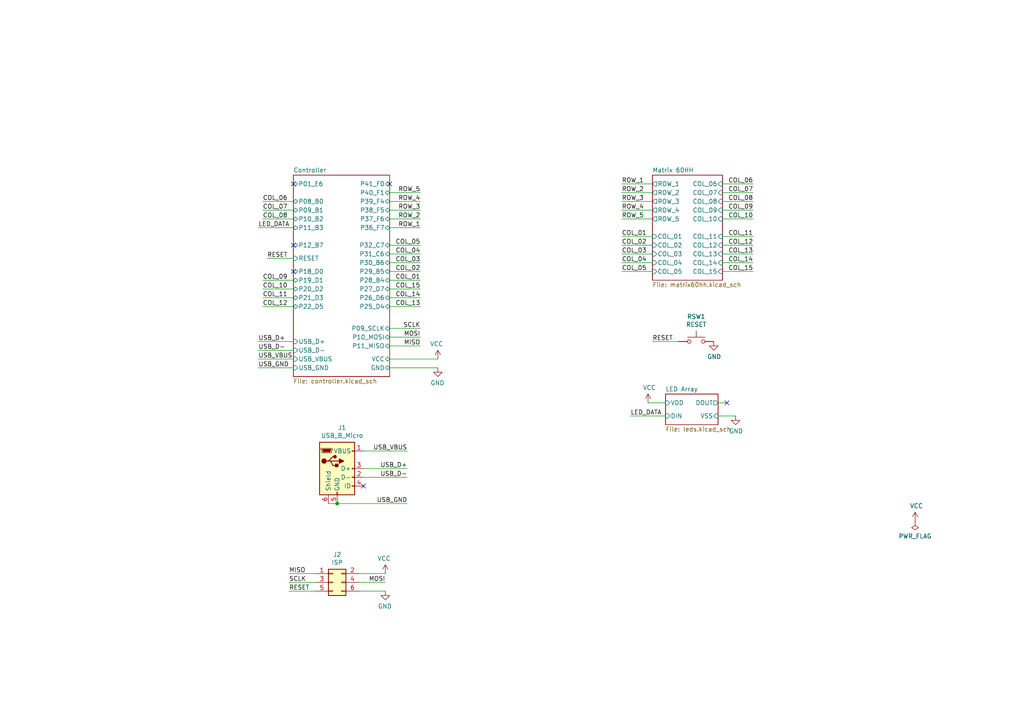
<source format=kicad_sch>
(kicad_sch (version 20211123) (generator eeschema)

  (uuid e63e39d7-6ac0-4ffd-8aa3-1841a4541b55)

  (paper "A4")

  (title_block
    (title "YUIOP60HH")
    (date "2021-04-22")
    (rev "4")
    (company "KaoriYa")
  )

  (lib_symbols
    (symbol "Connector:USB_B_Micro" (pin_names (offset 1.016)) (in_bom yes) (on_board yes)
      (property "Reference" "J" (id 0) (at -5.08 11.43 0)
        (effects (font (size 1.27 1.27)) (justify left))
      )
      (property "Value" "USB_B_Micro" (id 1) (at -5.08 8.89 0)
        (effects (font (size 1.27 1.27)) (justify left))
      )
      (property "Footprint" "" (id 2) (at 3.81 -1.27 0)
        (effects (font (size 1.27 1.27)) hide)
      )
      (property "Datasheet" "~" (id 3) (at 3.81 -1.27 0)
        (effects (font (size 1.27 1.27)) hide)
      )
      (property "ki_keywords" "connector USB micro" (id 4) (at 0 0 0)
        (effects (font (size 1.27 1.27)) hide)
      )
      (property "ki_description" "USB Micro Type B connector" (id 5) (at 0 0 0)
        (effects (font (size 1.27 1.27)) hide)
      )
      (property "ki_fp_filters" "USB*" (id 6) (at 0 0 0)
        (effects (font (size 1.27 1.27)) hide)
      )
      (symbol "USB_B_Micro_0_1"
        (rectangle (start -5.08 -7.62) (end 5.08 7.62)
          (stroke (width 0.254) (type default) (color 0 0 0 0))
          (fill (type background))
        )
        (circle (center -3.81 2.159) (radius 0.635)
          (stroke (width 0.254) (type default) (color 0 0 0 0))
          (fill (type outline))
        )
        (circle (center -0.635 3.429) (radius 0.381)
          (stroke (width 0.254) (type default) (color 0 0 0 0))
          (fill (type outline))
        )
        (rectangle (start -0.127 -7.62) (end 0.127 -6.858)
          (stroke (width 0) (type default) (color 0 0 0 0))
          (fill (type none))
        )
        (polyline
          (pts
            (xy -1.905 2.159)
            (xy 0.635 2.159)
          )
          (stroke (width 0.254) (type default) (color 0 0 0 0))
          (fill (type none))
        )
        (polyline
          (pts
            (xy -3.175 2.159)
            (xy -2.54 2.159)
            (xy -1.27 3.429)
            (xy -0.635 3.429)
          )
          (stroke (width 0.254) (type default) (color 0 0 0 0))
          (fill (type none))
        )
        (polyline
          (pts
            (xy -2.54 2.159)
            (xy -1.905 2.159)
            (xy -1.27 0.889)
            (xy 0 0.889)
          )
          (stroke (width 0.254) (type default) (color 0 0 0 0))
          (fill (type none))
        )
        (polyline
          (pts
            (xy 0.635 2.794)
            (xy 0.635 1.524)
            (xy 1.905 2.159)
            (xy 0.635 2.794)
          )
          (stroke (width 0.254) (type default) (color 0 0 0 0))
          (fill (type outline))
        )
        (polyline
          (pts
            (xy -4.318 5.588)
            (xy -1.778 5.588)
            (xy -2.032 4.826)
            (xy -4.064 4.826)
            (xy -4.318 5.588)
          )
          (stroke (width 0) (type default) (color 0 0 0 0))
          (fill (type outline))
        )
        (polyline
          (pts
            (xy -4.699 5.842)
            (xy -4.699 5.588)
            (xy -4.445 4.826)
            (xy -4.445 4.572)
            (xy -1.651 4.572)
            (xy -1.651 4.826)
            (xy -1.397 5.588)
            (xy -1.397 5.842)
            (xy -4.699 5.842)
          )
          (stroke (width 0) (type default) (color 0 0 0 0))
          (fill (type none))
        )
        (rectangle (start 0.254 1.27) (end -0.508 0.508)
          (stroke (width 0.254) (type default) (color 0 0 0 0))
          (fill (type outline))
        )
        (rectangle (start 5.08 -5.207) (end 4.318 -4.953)
          (stroke (width 0) (type default) (color 0 0 0 0))
          (fill (type none))
        )
        (rectangle (start 5.08 -2.667) (end 4.318 -2.413)
          (stroke (width 0) (type default) (color 0 0 0 0))
          (fill (type none))
        )
        (rectangle (start 5.08 -0.127) (end 4.318 0.127)
          (stroke (width 0) (type default) (color 0 0 0 0))
          (fill (type none))
        )
        (rectangle (start 5.08 4.953) (end 4.318 5.207)
          (stroke (width 0) (type default) (color 0 0 0 0))
          (fill (type none))
        )
      )
      (symbol "USB_B_Micro_1_1"
        (pin power_out line (at 7.62 5.08 180) (length 2.54)
          (name "VBUS" (effects (font (size 1.27 1.27))))
          (number "1" (effects (font (size 1.27 1.27))))
        )
        (pin bidirectional line (at 7.62 -2.54 180) (length 2.54)
          (name "D-" (effects (font (size 1.27 1.27))))
          (number "2" (effects (font (size 1.27 1.27))))
        )
        (pin bidirectional line (at 7.62 0 180) (length 2.54)
          (name "D+" (effects (font (size 1.27 1.27))))
          (number "3" (effects (font (size 1.27 1.27))))
        )
        (pin passive line (at 7.62 -5.08 180) (length 2.54)
          (name "ID" (effects (font (size 1.27 1.27))))
          (number "4" (effects (font (size 1.27 1.27))))
        )
        (pin power_out line (at 0 -10.16 90) (length 2.54)
          (name "GND" (effects (font (size 1.27 1.27))))
          (number "5" (effects (font (size 1.27 1.27))))
        )
        (pin passive line (at -2.54 -10.16 90) (length 2.54)
          (name "Shield" (effects (font (size 1.27 1.27))))
          (number "6" (effects (font (size 1.27 1.27))))
        )
      )
    )
    (symbol "Connector_Generic:Conn_02x03_Odd_Even" (pin_names (offset 1.016) hide) (in_bom yes) (on_board yes)
      (property "Reference" "J" (id 0) (at 1.27 5.08 0)
        (effects (font (size 1.27 1.27)))
      )
      (property "Value" "Conn_02x03_Odd_Even" (id 1) (at 1.27 -5.08 0)
        (effects (font (size 1.27 1.27)))
      )
      (property "Footprint" "" (id 2) (at 0 0 0)
        (effects (font (size 1.27 1.27)) hide)
      )
      (property "Datasheet" "~" (id 3) (at 0 0 0)
        (effects (font (size 1.27 1.27)) hide)
      )
      (property "ki_keywords" "connector" (id 4) (at 0 0 0)
        (effects (font (size 1.27 1.27)) hide)
      )
      (property "ki_description" "Generic connector, double row, 02x03, odd/even pin numbering scheme (row 1 odd numbers, row 2 even numbers), script generated (kicad-library-utils/schlib/autogen/connector/)" (id 5) (at 0 0 0)
        (effects (font (size 1.27 1.27)) hide)
      )
      (property "ki_fp_filters" "Connector*:*_2x??_*" (id 6) (at 0 0 0)
        (effects (font (size 1.27 1.27)) hide)
      )
      (symbol "Conn_02x03_Odd_Even_1_1"
        (rectangle (start -1.27 -2.413) (end 0 -2.667)
          (stroke (width 0.1524) (type default) (color 0 0 0 0))
          (fill (type none))
        )
        (rectangle (start -1.27 0.127) (end 0 -0.127)
          (stroke (width 0.1524) (type default) (color 0 0 0 0))
          (fill (type none))
        )
        (rectangle (start -1.27 2.667) (end 0 2.413)
          (stroke (width 0.1524) (type default) (color 0 0 0 0))
          (fill (type none))
        )
        (rectangle (start -1.27 3.81) (end 3.81 -3.81)
          (stroke (width 0.254) (type default) (color 0 0 0 0))
          (fill (type background))
        )
        (rectangle (start 3.81 -2.413) (end 2.54 -2.667)
          (stroke (width 0.1524) (type default) (color 0 0 0 0))
          (fill (type none))
        )
        (rectangle (start 3.81 0.127) (end 2.54 -0.127)
          (stroke (width 0.1524) (type default) (color 0 0 0 0))
          (fill (type none))
        )
        (rectangle (start 3.81 2.667) (end 2.54 2.413)
          (stroke (width 0.1524) (type default) (color 0 0 0 0))
          (fill (type none))
        )
        (pin passive line (at -5.08 2.54 0) (length 3.81)
          (name "Pin_1" (effects (font (size 1.27 1.27))))
          (number "1" (effects (font (size 1.27 1.27))))
        )
        (pin passive line (at 7.62 2.54 180) (length 3.81)
          (name "Pin_2" (effects (font (size 1.27 1.27))))
          (number "2" (effects (font (size 1.27 1.27))))
        )
        (pin passive line (at -5.08 0 0) (length 3.81)
          (name "Pin_3" (effects (font (size 1.27 1.27))))
          (number "3" (effects (font (size 1.27 1.27))))
        )
        (pin passive line (at 7.62 0 180) (length 3.81)
          (name "Pin_4" (effects (font (size 1.27 1.27))))
          (number "4" (effects (font (size 1.27 1.27))))
        )
        (pin passive line (at -5.08 -2.54 0) (length 3.81)
          (name "Pin_5" (effects (font (size 1.27 1.27))))
          (number "5" (effects (font (size 1.27 1.27))))
        )
        (pin passive line (at 7.62 -2.54 180) (length 3.81)
          (name "Pin_6" (effects (font (size 1.27 1.27))))
          (number "6" (effects (font (size 1.27 1.27))))
        )
      )
    )
    (symbol "Switch:SW_Push" (pin_numbers hide) (pin_names (offset 1.016) hide) (in_bom yes) (on_board yes)
      (property "Reference" "SW" (id 0) (at 1.27 2.54 0)
        (effects (font (size 1.27 1.27)) (justify left))
      )
      (property "Value" "SW_Push" (id 1) (at 0 -1.524 0)
        (effects (font (size 1.27 1.27)))
      )
      (property "Footprint" "" (id 2) (at 0 5.08 0)
        (effects (font (size 1.27 1.27)) hide)
      )
      (property "Datasheet" "~" (id 3) (at 0 5.08 0)
        (effects (font (size 1.27 1.27)) hide)
      )
      (property "ki_keywords" "switch normally-open pushbutton push-button" (id 4) (at 0 0 0)
        (effects (font (size 1.27 1.27)) hide)
      )
      (property "ki_description" "Push button switch, generic, two pins" (id 5) (at 0 0 0)
        (effects (font (size 1.27 1.27)) hide)
      )
      (symbol "SW_Push_0_1"
        (circle (center -2.032 0) (radius 0.508)
          (stroke (width 0) (type default) (color 0 0 0 0))
          (fill (type none))
        )
        (polyline
          (pts
            (xy 0 1.27)
            (xy 0 3.048)
          )
          (stroke (width 0) (type default) (color 0 0 0 0))
          (fill (type none))
        )
        (polyline
          (pts
            (xy 2.54 1.27)
            (xy -2.54 1.27)
          )
          (stroke (width 0) (type default) (color 0 0 0 0))
          (fill (type none))
        )
        (circle (center 2.032 0) (radius 0.508)
          (stroke (width 0) (type default) (color 0 0 0 0))
          (fill (type none))
        )
        (pin passive line (at -5.08 0 0) (length 2.54)
          (name "1" (effects (font (size 1.27 1.27))))
          (number "1" (effects (font (size 1.27 1.27))))
        )
        (pin passive line (at 5.08 0 180) (length 2.54)
          (name "2" (effects (font (size 1.27 1.27))))
          (number "2" (effects (font (size 1.27 1.27))))
        )
      )
    )
    (symbol "power:GND" (power) (pin_names (offset 0)) (in_bom yes) (on_board yes)
      (property "Reference" "#PWR" (id 0) (at 0 -6.35 0)
        (effects (font (size 1.27 1.27)) hide)
      )
      (property "Value" "GND" (id 1) (at 0 -3.81 0)
        (effects (font (size 1.27 1.27)))
      )
      (property "Footprint" "" (id 2) (at 0 0 0)
        (effects (font (size 1.27 1.27)) hide)
      )
      (property "Datasheet" "" (id 3) (at 0 0 0)
        (effects (font (size 1.27 1.27)) hide)
      )
      (property "ki_keywords" "power-flag" (id 4) (at 0 0 0)
        (effects (font (size 1.27 1.27)) hide)
      )
      (property "ki_description" "Power symbol creates a global label with name \"GND\" , ground" (id 5) (at 0 0 0)
        (effects (font (size 1.27 1.27)) hide)
      )
      (symbol "GND_0_1"
        (polyline
          (pts
            (xy 0 0)
            (xy 0 -1.27)
            (xy 1.27 -1.27)
            (xy 0 -2.54)
            (xy -1.27 -1.27)
            (xy 0 -1.27)
          )
          (stroke (width 0) (type default) (color 0 0 0 0))
          (fill (type none))
        )
      )
      (symbol "GND_1_1"
        (pin power_in line (at 0 0 270) (length 0) hide
          (name "GND" (effects (font (size 1.27 1.27))))
          (number "1" (effects (font (size 1.27 1.27))))
        )
      )
    )
    (symbol "power:PWR_FLAG" (power) (pin_numbers hide) (pin_names (offset 0) hide) (in_bom yes) (on_board yes)
      (property "Reference" "#FLG" (id 0) (at 0 1.905 0)
        (effects (font (size 1.27 1.27)) hide)
      )
      (property "Value" "PWR_FLAG" (id 1) (at 0 3.81 0)
        (effects (font (size 1.27 1.27)))
      )
      (property "Footprint" "" (id 2) (at 0 0 0)
        (effects (font (size 1.27 1.27)) hide)
      )
      (property "Datasheet" "~" (id 3) (at 0 0 0)
        (effects (font (size 1.27 1.27)) hide)
      )
      (property "ki_keywords" "power-flag" (id 4) (at 0 0 0)
        (effects (font (size 1.27 1.27)) hide)
      )
      (property "ki_description" "Special symbol for telling ERC where power comes from" (id 5) (at 0 0 0)
        (effects (font (size 1.27 1.27)) hide)
      )
      (symbol "PWR_FLAG_0_0"
        (pin power_out line (at 0 0 90) (length 0)
          (name "pwr" (effects (font (size 1.27 1.27))))
          (number "1" (effects (font (size 1.27 1.27))))
        )
      )
      (symbol "PWR_FLAG_0_1"
        (polyline
          (pts
            (xy 0 0)
            (xy 0 1.27)
            (xy -1.016 1.905)
            (xy 0 2.54)
            (xy 1.016 1.905)
            (xy 0 1.27)
          )
          (stroke (width 0) (type default) (color 0 0 0 0))
          (fill (type none))
        )
      )
    )
    (symbol "power:VCC" (power) (pin_names (offset 0)) (in_bom yes) (on_board yes)
      (property "Reference" "#PWR" (id 0) (at 0 -3.81 0)
        (effects (font (size 1.27 1.27)) hide)
      )
      (property "Value" "VCC" (id 1) (at 0 3.81 0)
        (effects (font (size 1.27 1.27)))
      )
      (property "Footprint" "" (id 2) (at 0 0 0)
        (effects (font (size 1.27 1.27)) hide)
      )
      (property "Datasheet" "" (id 3) (at 0 0 0)
        (effects (font (size 1.27 1.27)) hide)
      )
      (property "ki_keywords" "power-flag" (id 4) (at 0 0 0)
        (effects (font (size 1.27 1.27)) hide)
      )
      (property "ki_description" "Power symbol creates a global label with name \"VCC\"" (id 5) (at 0 0 0)
        (effects (font (size 1.27 1.27)) hide)
      )
      (symbol "VCC_0_1"
        (polyline
          (pts
            (xy -0.762 1.27)
            (xy 0 2.54)
          )
          (stroke (width 0) (type default) (color 0 0 0 0))
          (fill (type none))
        )
        (polyline
          (pts
            (xy 0 0)
            (xy 0 2.54)
          )
          (stroke (width 0) (type default) (color 0 0 0 0))
          (fill (type none))
        )
        (polyline
          (pts
            (xy 0 2.54)
            (xy 0.762 1.27)
          )
          (stroke (width 0) (type default) (color 0 0 0 0))
          (fill (type none))
        )
      )
      (symbol "VCC_1_1"
        (pin power_in line (at 0 0 90) (length 0) hide
          (name "VCC" (effects (font (size 1.27 1.27))))
          (number "1" (effects (font (size 1.27 1.27))))
        )
      )
    )
  )

  (junction (at 97.79 146.05) (diameter 0) (color 0 0 0 0)
    (uuid 47baf4b1-0938-497d-88f9-671136aa8be7)
  )

  (no_connect (at 105.41 140.97) (uuid 44d8279a-9cd1-4db6-856f-0363131605fc))
  (no_connect (at 210.82 116.84) (uuid 4dc6088c-89a5-4db7-b3ae-db4b6396ad49))
  (no_connect (at 85.09 71.12) (uuid 66116376-6967-4178-9f23-a26cdeafc400))
  (no_connect (at 85.09 53.34) (uuid bb7f0588-d4d8-44bf-9ebf-3c533fe4d6ae))
  (no_connect (at 113.03 53.34) (uuid e9bb29b2-2bb9-4ea2-acd9-2bb3ca677a12))
  (no_connect (at 85.09 78.74) (uuid eb667eea-300e-4ca7-8a6f-4b00de80cd45))

  (wire (pts (xy 121.92 76.2) (xy 113.03 76.2))
    (stroke (width 0) (type default) (color 0 0 0 0))
    (uuid 0a3cc030-c9dd-4d74-9d50-715ed2b361a2)
  )
  (wire (pts (xy 210.82 116.84) (xy 208.28 116.84))
    (stroke (width 0) (type default) (color 0 0 0 0))
    (uuid 0c30a4be-5679-499f-8c5b-5f3024f9d6cf)
  )
  (wire (pts (xy 218.44 78.74) (xy 209.55 78.74))
    (stroke (width 0) (type default) (color 0 0 0 0))
    (uuid 0f41a909-27c4-4be2-9d5e-9ae2108c8ff5)
  )
  (wire (pts (xy 76.2 88.9) (xy 85.09 88.9))
    (stroke (width 0) (type default) (color 0 0 0 0))
    (uuid 120a7b0f-ddfd-4447-85c1-35665465acdb)
  )
  (wire (pts (xy 113.03 106.68) (xy 127 106.68))
    (stroke (width 0) (type default) (color 0 0 0 0))
    (uuid 128e34ce-eee7-477d-b905-a493e98db783)
  )
  (wire (pts (xy 121.92 66.04) (xy 113.03 66.04))
    (stroke (width 0) (type default) (color 0 0 0 0))
    (uuid 13abf99d-5265-4779-8973-e94370fd18ff)
  )
  (wire (pts (xy 121.92 73.66) (xy 113.03 73.66))
    (stroke (width 0) (type default) (color 0 0 0 0))
    (uuid 15875808-74d5-4210-b8ca-aa8fbc04ae21)
  )
  (wire (pts (xy 121.92 81.28) (xy 113.03 81.28))
    (stroke (width 0) (type default) (color 0 0 0 0))
    (uuid 1860e030-7a36-4298-b7fc-a16d48ab15ba)
  )
  (wire (pts (xy 121.92 60.96) (xy 113.03 60.96))
    (stroke (width 0) (type default) (color 0 0 0 0))
    (uuid 23bb2798-d93a-4696-a962-c305c4298a0c)
  )
  (wire (pts (xy 83.82 166.37) (xy 91.44 166.37))
    (stroke (width 0) (type default) (color 0 0 0 0))
    (uuid 240e07e1-770b-4b27-894f-29fd601c924d)
  )
  (wire (pts (xy 76.2 86.36) (xy 85.09 86.36))
    (stroke (width 0) (type default) (color 0 0 0 0))
    (uuid 2732632c-4768-42b6-bf7f-14643424019e)
  )
  (wire (pts (xy 218.44 60.96) (xy 209.55 60.96))
    (stroke (width 0) (type default) (color 0 0 0 0))
    (uuid 2bf3f24b-fd30-41a7-a274-9b519491916b)
  )
  (wire (pts (xy 121.92 97.79) (xy 113.03 97.79))
    (stroke (width 0) (type default) (color 0 0 0 0))
    (uuid 2d6db888-4e40-41c8-b701-07170fc894bc)
  )
  (wire (pts (xy 74.93 104.14) (xy 85.09 104.14))
    (stroke (width 0) (type default) (color 0 0 0 0))
    (uuid 2e642b3e-a476-4c54-9a52-dcea955640cd)
  )
  (wire (pts (xy 74.93 101.6) (xy 85.09 101.6))
    (stroke (width 0) (type default) (color 0 0 0 0))
    (uuid 30f15357-ce1d-48b9-93dc-7d9b1b2aa048)
  )
  (wire (pts (xy 74.93 66.04) (xy 85.09 66.04))
    (stroke (width 0) (type default) (color 0 0 0 0))
    (uuid 3172f2e2-18d2-4a80-ae30-5707b3409798)
  )
  (wire (pts (xy 218.44 55.88) (xy 209.55 55.88))
    (stroke (width 0) (type default) (color 0 0 0 0))
    (uuid 34871042-9d5c-4e29-abdd-a168368c3c22)
  )
  (wire (pts (xy 77.47 74.93) (xy 85.09 74.93))
    (stroke (width 0) (type default) (color 0 0 0 0))
    (uuid 35354519-a28c-40c4-befd-0943e98dea53)
  )
  (wire (pts (xy 121.92 88.9) (xy 113.03 88.9))
    (stroke (width 0) (type default) (color 0 0 0 0))
    (uuid 48f827a8-6e22-4a2e-abdc-c2a03098d883)
  )
  (wire (pts (xy 83.82 171.45) (xy 91.44 171.45))
    (stroke (width 0) (type default) (color 0 0 0 0))
    (uuid 4a4ec8d9-3d72-4952-83d4-808f65849a2b)
  )
  (wire (pts (xy 180.34 78.74) (xy 189.23 78.74))
    (stroke (width 0) (type default) (color 0 0 0 0))
    (uuid 4e66a44f-7fa6-4e16-bf9b-62ec864301a5)
  )
  (wire (pts (xy 118.11 135.89) (xy 105.41 135.89))
    (stroke (width 0) (type default) (color 0 0 0 0))
    (uuid 4fb02e58-160a-4a39-9f22-d0c75e82ee72)
  )
  (wire (pts (xy 180.34 53.34) (xy 189.23 53.34))
    (stroke (width 0) (type default) (color 0 0 0 0))
    (uuid 51c4dc0a-5b9f-4edf-a83f-4a12881e42ef)
  )
  (wire (pts (xy 180.34 68.58) (xy 189.23 68.58))
    (stroke (width 0) (type default) (color 0 0 0 0))
    (uuid 5740c959-93d8-47fd-8f68-62f0109e753d)
  )
  (wire (pts (xy 76.2 63.5) (xy 85.09 63.5))
    (stroke (width 0) (type default) (color 0 0 0 0))
    (uuid 62c076a3-d618-44a2-9042-9a08b3576787)
  )
  (wire (pts (xy 121.92 100.33) (xy 113.03 100.33))
    (stroke (width 0) (type default) (color 0 0 0 0))
    (uuid 66043bca-a260-4915-9fce-8a51d324c687)
  )
  (wire (pts (xy 127 104.14) (xy 113.03 104.14))
    (stroke (width 0) (type default) (color 0 0 0 0))
    (uuid 67621f9e-0a6a-4778-ad69-04dcf300659c)
  )
  (wire (pts (xy 121.92 71.12) (xy 113.03 71.12))
    (stroke (width 0) (type default) (color 0 0 0 0))
    (uuid 67f6e996-3c99-493c-8f6f-e739e2ed5d7a)
  )
  (wire (pts (xy 121.92 55.88) (xy 113.03 55.88))
    (stroke (width 0) (type default) (color 0 0 0 0))
    (uuid 6e105729-aba0-497c-a99e-c32d2b3ddb6d)
  )
  (wire (pts (xy 111.76 166.37) (xy 104.14 166.37))
    (stroke (width 0) (type default) (color 0 0 0 0))
    (uuid 704d6d51-bb34-4cbf-83d8-841e208048d8)
  )
  (wire (pts (xy 180.34 63.5) (xy 189.23 63.5))
    (stroke (width 0) (type default) (color 0 0 0 0))
    (uuid 712d6a7d-2b62-464f-b745-fd2a6b0187f6)
  )
  (wire (pts (xy 218.44 53.34) (xy 209.55 53.34))
    (stroke (width 0) (type default) (color 0 0 0 0))
    (uuid 7447a6e7-8205-46ba-afca-d0fa8f90c95a)
  )
  (wire (pts (xy 218.44 73.66) (xy 209.55 73.66))
    (stroke (width 0) (type default) (color 0 0 0 0))
    (uuid 75286985-9fa5-4d30-89c5-493b6e63cd66)
  )
  (wire (pts (xy 97.79 146.05) (xy 118.11 146.05))
    (stroke (width 0) (type default) (color 0 0 0 0))
    (uuid 77ed3941-d133-4aef-a9af-5a39322d14eb)
  )
  (wire (pts (xy 121.92 58.42) (xy 113.03 58.42))
    (stroke (width 0) (type default) (color 0 0 0 0))
    (uuid 78cbdd6c-4878-4cc5-9a58-0e506478e37d)
  )
  (wire (pts (xy 121.92 95.25) (xy 113.03 95.25))
    (stroke (width 0) (type default) (color 0 0 0 0))
    (uuid 7bbf981c-a063-4e30-8911-e4228e1c0743)
  )
  (wire (pts (xy 189.23 99.06) (xy 196.85 99.06))
    (stroke (width 0) (type default) (color 0 0 0 0))
    (uuid 7e08f2a4-63d6-468b-bd8b-ec607077e023)
  )
  (wire (pts (xy 104.14 171.45) (xy 111.76 171.45))
    (stroke (width 0) (type default) (color 0 0 0 0))
    (uuid 8174b4de-74b1-48db-ab8e-c8432251095b)
  )
  (wire (pts (xy 76.2 81.28) (xy 85.09 81.28))
    (stroke (width 0) (type default) (color 0 0 0 0))
    (uuid 81bbc3ff-3938-49ac-8297-ce2bcc9a42bd)
  )
  (wire (pts (xy 180.34 55.88) (xy 189.23 55.88))
    (stroke (width 0) (type default) (color 0 0 0 0))
    (uuid 842e430f-0c35-45f3-a0b5-95ae7b7ae388)
  )
  (wire (pts (xy 85.09 99.06) (xy 74.93 99.06))
    (stroke (width 0) (type default) (color 0 0 0 0))
    (uuid 87371631-aa02-498a-998a-09bdb74784c1)
  )
  (wire (pts (xy 208.28 120.65) (xy 213.36 120.65))
    (stroke (width 0) (type default) (color 0 0 0 0))
    (uuid 936e2ca6-11ae-4f42-9128-52bb329f3d21)
  )
  (wire (pts (xy 121.92 63.5) (xy 113.03 63.5))
    (stroke (width 0) (type default) (color 0 0 0 0))
    (uuid 94c158d1-8503-4553-b511-bf42f506c2a8)
  )
  (wire (pts (xy 180.34 76.2) (xy 189.23 76.2))
    (stroke (width 0) (type default) (color 0 0 0 0))
    (uuid 9702d639-3b1f-4825-8985-b32b9008503d)
  )
  (wire (pts (xy 218.44 68.58) (xy 209.55 68.58))
    (stroke (width 0) (type default) (color 0 0 0 0))
    (uuid 9762c9ed-64d8-4f3e-baf6-f6ba6effc919)
  )
  (wire (pts (xy 180.34 58.42) (xy 189.23 58.42))
    (stroke (width 0) (type default) (color 0 0 0 0))
    (uuid 98e81e80-1f85-4152-be3f-99785ea97751)
  )
  (wire (pts (xy 121.92 83.82) (xy 113.03 83.82))
    (stroke (width 0) (type default) (color 0 0 0 0))
    (uuid a03e565f-d8cd-4032-aae3-b7327d4143dd)
  )
  (wire (pts (xy 180.34 73.66) (xy 189.23 73.66))
    (stroke (width 0) (type default) (color 0 0 0 0))
    (uuid a06e8e78-f567-42e6-b645-013b1073ca31)
  )
  (wire (pts (xy 182.88 120.65) (xy 193.04 120.65))
    (stroke (width 0) (type default) (color 0 0 0 0))
    (uuid a501555e-bbc7-4b58-ad89-28a0cd3dd6d0)
  )
  (wire (pts (xy 218.44 58.42) (xy 209.55 58.42))
    (stroke (width 0) (type default) (color 0 0 0 0))
    (uuid a9ec539a-d80d-40cc-803c-12b6adefe42a)
  )
  (wire (pts (xy 76.2 60.96) (xy 85.09 60.96))
    (stroke (width 0) (type default) (color 0 0 0 0))
    (uuid afb8e687-4a13-41a1-b8c0-89a749e897fe)
  )
  (wire (pts (xy 218.44 76.2) (xy 209.55 76.2))
    (stroke (width 0) (type default) (color 0 0 0 0))
    (uuid afd3dbad-e7a8-4e4c-b77c-4065a69aefa2)
  )
  (wire (pts (xy 180.34 60.96) (xy 189.23 60.96))
    (stroke (width 0) (type default) (color 0 0 0 0))
    (uuid b3d08afa-f296-4e3b-8825-73b6331d35bf)
  )
  (wire (pts (xy 121.92 78.74) (xy 113.03 78.74))
    (stroke (width 0) (type default) (color 0 0 0 0))
    (uuid b6270a28-e0d9-4655-a18a-03dbf007b940)
  )
  (wire (pts (xy 76.2 83.82) (xy 85.09 83.82))
    (stroke (width 0) (type default) (color 0 0 0 0))
    (uuid b635b16e-60bb-4b3e-9fc3-47d34eef8381)
  )
  (wire (pts (xy 95.25 146.05) (xy 97.79 146.05))
    (stroke (width 0) (type default) (color 0 0 0 0))
    (uuid c022004a-c968-410e-b59e-fbab0e561e9d)
  )
  (wire (pts (xy 218.44 71.12) (xy 209.55 71.12))
    (stroke (width 0) (type default) (color 0 0 0 0))
    (uuid c19dbe3c-ced0-48f7-a91d-777569cfb936)
  )
  (wire (pts (xy 76.2 58.42) (xy 85.09 58.42))
    (stroke (width 0) (type default) (color 0 0 0 0))
    (uuid c1d83899-e380-49f9-a87d-8e78bc089ebf)
  )
  (wire (pts (xy 104.14 168.91) (xy 111.76 168.91))
    (stroke (width 0) (type default) (color 0 0 0 0))
    (uuid cbd8faed-e1f8-4406-87c8-58b2c504a5d4)
  )
  (wire (pts (xy 121.92 86.36) (xy 113.03 86.36))
    (stroke (width 0) (type default) (color 0 0 0 0))
    (uuid cef6f603-8a0b-4dd0-af99-ebfbef7d1b4b)
  )
  (wire (pts (xy 74.93 106.68) (xy 85.09 106.68))
    (stroke (width 0) (type default) (color 0 0 0 0))
    (uuid d8603679-3e7b-4337-8dbc-1827f5f54d8a)
  )
  (wire (pts (xy 218.44 63.5) (xy 209.55 63.5))
    (stroke (width 0) (type default) (color 0 0 0 0))
    (uuid e25ce415-914a-48fe-bf09-324317917b2e)
  )
  (wire (pts (xy 118.11 138.43) (xy 105.41 138.43))
    (stroke (width 0) (type default) (color 0 0 0 0))
    (uuid e615f7aa-337e-474d-9615-2ad82b1c44ca)
  )
  (wire (pts (xy 187.96 116.84) (xy 193.04 116.84))
    (stroke (width 0) (type default) (color 0 0 0 0))
    (uuid ebadd2a5-21ab-4a7e-b5bc-6f737367e560)
  )
  (wire (pts (xy 118.11 130.81) (xy 105.41 130.81))
    (stroke (width 0) (type default) (color 0 0 0 0))
    (uuid ef8fe2ac-6a7f-4682-9418-b801a1b10a3b)
  )
  (wire (pts (xy 91.44 168.91) (xy 83.82 168.91))
    (stroke (width 0) (type default) (color 0 0 0 0))
    (uuid f2c93195-af12-4d3e-acdf-bdd0ff675c24)
  )
  (wire (pts (xy 180.34 71.12) (xy 189.23 71.12))
    (stroke (width 0) (type default) (color 0 0 0 0))
    (uuid f9865a9f-edb8-49c7-828f-4896e1f3047a)
  )

  (label "ROW_5" (at 180.34 63.5 0)
    (effects (font (size 1.27 1.27)) (justify left bottom))
    (uuid 03d88a85-11fd-47aa-954c-c318bb15294a)
  )
  (label "COL_14" (at 218.44 76.2 180)
    (effects (font (size 1.27 1.27)) (justify right bottom))
    (uuid 0867287d-2e6a-4d69-a366-c29f88198f2b)
  )
  (label "MISO" (at 83.82 166.37 0)
    (effects (font (size 1.27 1.27)) (justify left bottom))
    (uuid 08a7c925-7fae-4530-b0c9-120e185cb318)
  )
  (label "COL_05" (at 180.34 78.74 0)
    (effects (font (size 1.27 1.27)) (justify left bottom))
    (uuid 0d35483a-0b12-46cc-b9f2-896fd6831779)
  )
  (label "ROW_3" (at 180.34 58.42 0)
    (effects (font (size 1.27 1.27)) (justify left bottom))
    (uuid 0dcdf1b8-13c6-48b4-bd94-5d26038ff231)
  )
  (label "USB_D+" (at 118.11 135.89 180)
    (effects (font (size 1.27 1.27)) (justify right bottom))
    (uuid 10109f84-4940-47f8-8640-91f185ac9bc1)
  )
  (label "COL_11" (at 76.2 86.36 0)
    (effects (font (size 1.27 1.27)) (justify left bottom))
    (uuid 13475e15-f37c-4de8-857e-1722b0c39513)
  )
  (label "ROW_4" (at 180.34 60.96 0)
    (effects (font (size 1.27 1.27)) (justify left bottom))
    (uuid 1a2f72d1-0b36-4610-afc4-4ad1660d5d3b)
  )
  (label "COL_15" (at 218.44 78.74 180)
    (effects (font (size 1.27 1.27)) (justify right bottom))
    (uuid 1b54105e-6590-4d26-a763-ecfcf81eedc4)
  )
  (label "USB_GND" (at 74.93 106.68 0)
    (effects (font (size 1.27 1.27)) (justify left bottom))
    (uuid 1e1b062d-fad0-427c-a622-c5b8a80b5268)
  )
  (label "SCLK" (at 121.92 95.25 180)
    (effects (font (size 1.27 1.27)) (justify right bottom))
    (uuid 31e08896-1992-4725-96d9-9d2728bca7a3)
  )
  (label "COL_05" (at 121.92 71.12 180)
    (effects (font (size 1.27 1.27)) (justify right bottom))
    (uuid 32667662-ae86-4904-b198-3e95f11851bf)
  )
  (label "USB_D+" (at 74.93 99.06 0)
    (effects (font (size 1.27 1.27)) (justify left bottom))
    (uuid 3b838d52-596d-4e4d-a6ac-e4c8e7621137)
  )
  (label "COL_01" (at 121.92 81.28 180)
    (effects (font (size 1.27 1.27)) (justify right bottom))
    (uuid 3dcc657b-55a1-48e0-9667-e01e7b6b08b5)
  )
  (label "COL_09" (at 76.2 81.28 0)
    (effects (font (size 1.27 1.27)) (justify left bottom))
    (uuid 3f5fe6b7-98fc-4d3e-9567-f9f7202d1455)
  )
  (label "COL_06" (at 218.44 53.34 180)
    (effects (font (size 1.27 1.27)) (justify right bottom))
    (uuid 4412226e-d975-40a2-921f-502ff4129a95)
  )
  (label "ROW_4" (at 121.92 58.42 180)
    (effects (font (size 1.27 1.27)) (justify right bottom))
    (uuid 46918595-4a45-48e8-84c0-961b4db7f35f)
  )
  (label "COL_10" (at 218.44 63.5 180)
    (effects (font (size 1.27 1.27)) (justify right bottom))
    (uuid 4831966c-bb32-4bc8-a400-0382a02ffa1c)
  )
  (label "COL_11" (at 218.44 68.58 180)
    (effects (font (size 1.27 1.27)) (justify right bottom))
    (uuid 4d4b0fcd-2c79-4fc3-b5fa-7a0741601344)
  )
  (label "COL_07" (at 218.44 55.88 180)
    (effects (font (size 1.27 1.27)) (justify right bottom))
    (uuid 53c85970-3e21-4fae-a84f-721cfc0513b5)
  )
  (label "SCLK" (at 83.82 168.91 0)
    (effects (font (size 1.27 1.27)) (justify left bottom))
    (uuid 5528bcad-2950-4673-90eb-c37e6952c475)
  )
  (label "COL_03" (at 180.34 73.66 0)
    (effects (font (size 1.27 1.27)) (justify left bottom))
    (uuid 55992e35-fe7b-468a-9b7a-1e4dc931b904)
  )
  (label "USB_D-" (at 118.11 138.43 180)
    (effects (font (size 1.27 1.27)) (justify right bottom))
    (uuid 55e740a3-0735-4744-896e-2bf5437093b9)
  )
  (label "COL_12" (at 218.44 71.12 180)
    (effects (font (size 1.27 1.27)) (justify right bottom))
    (uuid 587a157d-dedf-4558-a037-1a94bbba1848)
  )
  (label "ROW_1" (at 180.34 53.34 0)
    (effects (font (size 1.27 1.27)) (justify left bottom))
    (uuid 58dc14f9-c158-4824-a84e-24a6a482a7a4)
  )
  (label "COL_07" (at 76.2 60.96 0)
    (effects (font (size 1.27 1.27)) (justify left bottom))
    (uuid 5cbb5968-dbb5-4b84-864a-ead1cacf75b9)
  )
  (label "RESET" (at 77.47 74.93 0)
    (effects (font (size 1.27 1.27)) (justify left bottom))
    (uuid 632acde9-b7fd-4f04-8cb4-d2cbb06b3595)
  )
  (label "USB_VBUS" (at 118.11 130.81 180)
    (effects (font (size 1.27 1.27)) (justify right bottom))
    (uuid 71c31975-2c45-4d18-a25a-18e07a55d11e)
  )
  (label "USB_VBUS" (at 74.93 104.14 0)
    (effects (font (size 1.27 1.27)) (justify left bottom))
    (uuid 749dfe75-c0d6-4872-9330-29c5bbcb8ff8)
  )
  (label "COL_13" (at 218.44 73.66 180)
    (effects (font (size 1.27 1.27)) (justify right bottom))
    (uuid 78f88cf6-751c-4e9b-ae75-fb8b6d44ff39)
  )
  (label "MOSI" (at 111.76 168.91 180)
    (effects (font (size 1.27 1.27)) (justify right bottom))
    (uuid 7edc9030-db7b-43ac-a1b3-b87eeacb4c2d)
  )
  (label "COL_03" (at 121.92 76.2 180)
    (effects (font (size 1.27 1.27)) (justify right bottom))
    (uuid 8322f275-268c-4e87-a69f-4cfbf05e747f)
  )
  (label "MISO" (at 121.92 100.33 180)
    (effects (font (size 1.27 1.27)) (justify right bottom))
    (uuid 852dabbf-de45-4470-8176-59d37a754407)
  )
  (label "COL_12" (at 76.2 88.9 0)
    (effects (font (size 1.27 1.27)) (justify left bottom))
    (uuid 854dd5d4-5fd2-4730-bd49-a9cd8299a065)
  )
  (label "COL_13" (at 121.92 88.9 180)
    (effects (font (size 1.27 1.27)) (justify right bottom))
    (uuid 8d55e186-3e11-40e8-a65e-b36a8a00069e)
  )
  (label "COL_06" (at 76.2 58.42 0)
    (effects (font (size 1.27 1.27)) (justify left bottom))
    (uuid 983c426c-24e0-4c65-ab69-1f1824adc5c6)
  )
  (label "COL_15" (at 121.92 83.82 180)
    (effects (font (size 1.27 1.27)) (justify right bottom))
    (uuid 9c8ccb2a-b1e9-4f2c-94fe-301b5975277e)
  )
  (label "ROW_5" (at 121.92 55.88 180)
    (effects (font (size 1.27 1.27)) (justify right bottom))
    (uuid 9ccf03e8-755a-4cd9-96fc-30e1d08fa253)
  )
  (label "ROW_1" (at 121.92 66.04 180)
    (effects (font (size 1.27 1.27)) (justify right bottom))
    (uuid a05d7640-f2f6-4ba7-8c51-5a4af431fc13)
  )
  (label "ROW_2" (at 121.92 63.5 180)
    (effects (font (size 1.27 1.27)) (justify right bottom))
    (uuid a7520ad3-0f8b-4788-92d4-8ffb277041e6)
  )
  (label "ROW_3" (at 121.92 60.96 180)
    (effects (font (size 1.27 1.27)) (justify right bottom))
    (uuid a795f1ba-cdd5-4cc5-9a52-08586e982934)
  )
  (label "MOSI" (at 121.92 97.79 180)
    (effects (font (size 1.27 1.27)) (justify right bottom))
    (uuid b5352a33-563a-4ffe-a231-2e68fb54afa3)
  )
  (label "RESET" (at 189.23 99.06 0)
    (effects (font (size 1.27 1.27)) (justify left bottom))
    (uuid b60c50d1-225e-415c-8712-7acb5e3dc8ea)
  )
  (label "COL_01" (at 180.34 68.58 0)
    (effects (font (size 1.27 1.27)) (justify left bottom))
    (uuid b6bcc3cf-50de-4a33-bc41-678825c1ecf2)
  )
  (label "COL_09" (at 218.44 60.96 180)
    (effects (font (size 1.27 1.27)) (justify right bottom))
    (uuid c264c438-a475-4ad4-9915-0f1e6ecf3053)
  )
  (label "COL_02" (at 180.34 71.12 0)
    (effects (font (size 1.27 1.27)) (justify left bottom))
    (uuid c3c93de0-69b1-4a04-8e0b-d78caf487c63)
  )
  (label "LED_DATA" (at 74.93 66.04 0)
    (effects (font (size 1.27 1.27)) (justify left bottom))
    (uuid c801d42e-dd94-493e-bd2f-6c3ddad43f55)
  )
  (label "USB_D-" (at 74.93 101.6 0)
    (effects (font (size 1.27 1.27)) (justify left bottom))
    (uuid cbdcaa78-3bbc-413f-91bf-2709119373ce)
  )
  (label "COL_08" (at 76.2 63.5 0)
    (effects (font (size 1.27 1.27)) (justify left bottom))
    (uuid da469d11-a8a4-414b-9449-d151eeaf4853)
  )
  (label "LED_DATA" (at 182.88 120.65 0)
    (effects (font (size 1.27 1.27)) (justify left bottom))
    (uuid db83d0af-e085-4050-8496-fa2ebdecbd62)
  )
  (label "COL_04" (at 121.92 73.66 180)
    (effects (font (size 1.27 1.27)) (justify right bottom))
    (uuid dd00c2e1-6027-4717-b312-4fab3ee52002)
  )
  (label "ROW_2" (at 180.34 55.88 0)
    (effects (font (size 1.27 1.27)) (justify left bottom))
    (uuid dde3dba8-1b81-466c-93a3-c284ff4da1ef)
  )
  (label "COL_14" (at 121.92 86.36 180)
    (effects (font (size 1.27 1.27)) (justify right bottom))
    (uuid e877bf4a-4210-4bd3-b7b0-806eb4affc5b)
  )
  (label "COL_04" (at 180.34 76.2 0)
    (effects (font (size 1.27 1.27)) (justify left bottom))
    (uuid ec9e24d8-d1c5-40e2-9812-dc315d05f470)
  )
  (label "COL_08" (at 218.44 58.42 180)
    (effects (font (size 1.27 1.27)) (justify right bottom))
    (uuid ef1b4b98-541b-4673-a04f-2043250fc40a)
  )
  (label "COL_02" (at 121.92 78.74 180)
    (effects (font (size 1.27 1.27)) (justify right bottom))
    (uuid f3490fa5-5a27-423b-af60-53609669542c)
  )
  (label "USB_GND" (at 118.11 146.05 180)
    (effects (font (size 1.27 1.27)) (justify right bottom))
    (uuid f4f99e3d-7269-4f6a-a759-16ad2a258779)
  )
  (label "COL_10" (at 76.2 83.82 0)
    (effects (font (size 1.27 1.27)) (justify left bottom))
    (uuid f976e2cc-36f9-4479-a816-2c74d1d5da6f)
  )
  (label "RESET" (at 83.82 171.45 0)
    (effects (font (size 1.27 1.27)) (justify left bottom))
    (uuid fd470e95-4861-44fe-b1e4-6d8a7c66e144)
  )

  (symbol (lib_id "power:VCC") (at 265.43 151.13 0) (unit 1)
    (in_bom yes) (on_board yes)
    (uuid 00000000-0000-0000-0000-00006071d77c)
    (property "Reference" "#PWR0106" (id 0) (at 265.43 154.94 0)
      (effects (font (size 1.27 1.27)) hide)
    )
    (property "Value" "VCC" (id 1) (at 265.811 146.7358 0))
    (property "Footprint" "" (id 2) (at 265.43 151.13 0)
      (effects (font (size 1.27 1.27)) hide)
    )
    (property "Datasheet" "" (id 3) (at 265.43 151.13 0)
      (effects (font (size 1.27 1.27)) hide)
    )
    (pin "1" (uuid 9ca480a5-c5e8-432d-91e4-a809d2674170))
  )

  (symbol (lib_id "power:PWR_FLAG") (at 265.43 151.13 180) (unit 1)
    (in_bom yes) (on_board yes)
    (uuid 00000000-0000-0000-0000-00006071f057)
    (property "Reference" "#FLG0101" (id 0) (at 265.43 153.035 0)
      (effects (font (size 1.27 1.27)) hide)
    )
    (property "Value" "PWR_FLAG" (id 1) (at 265.43 155.5242 0))
    (property "Footprint" "" (id 2) (at 265.43 151.13 0)
      (effects (font (size 1.27 1.27)) hide)
    )
    (property "Datasheet" "~" (id 3) (at 265.43 151.13 0)
      (effects (font (size 1.27 1.27)) hide)
    )
    (pin "1" (uuid 126541d7-307b-425d-a885-aae321a64661))
  )

  (symbol (lib_id "Switch:SW_Push") (at 201.93 99.06 0) (unit 1)
    (in_bom yes) (on_board yes)
    (uuid 00000000-0000-0000-0000-00006072fe70)
    (property "Reference" "RSW1" (id 0) (at 201.93 91.821 0))
    (property "Value" "RESET" (id 1) (at 201.93 94.1324 0))
    (property "Footprint" "Button_Switch_SMD:SW_Push_1P1T_NO_6x6mm_H9.5mm" (id 2) (at 201.93 93.98 0)
      (effects (font (size 1.27 1.27)) hide)
    )
    (property "Datasheet" "https://akizukidenshi.com/catalog/g/gP-09361/" (id 3) (at 201.93 93.98 0)
      (effects (font (size 1.27 1.27)) hide)
    )
    (pin "1" (uuid c47e431d-5604-485b-a250-e3286c973457))
    (pin "2" (uuid cde0a139-2423-4d7a-96d0-a22c682dd6da))
  )

  (symbol (lib_id "power:VCC") (at 187.96 116.84 0) (unit 1)
    (in_bom yes) (on_board yes)
    (uuid 00000000-0000-0000-0000-000060730d22)
    (property "Reference" "#PWR0101" (id 0) (at 187.96 120.65 0)
      (effects (font (size 1.27 1.27)) hide)
    )
    (property "Value" "VCC" (id 1) (at 188.341 112.4458 0))
    (property "Footprint" "" (id 2) (at 187.96 116.84 0)
      (effects (font (size 1.27 1.27)) hide)
    )
    (property "Datasheet" "" (id 3) (at 187.96 116.84 0)
      (effects (font (size 1.27 1.27)) hide)
    )
    (pin "1" (uuid 9069d60b-b1ab-4829-93b2-5a3a68e8658a))
  )

  (symbol (lib_id "power:GND") (at 213.36 120.65 0) (unit 1)
    (in_bom yes) (on_board yes)
    (uuid 00000000-0000-0000-0000-000060731e70)
    (property "Reference" "#PWR0102" (id 0) (at 213.36 127 0)
      (effects (font (size 1.27 1.27)) hide)
    )
    (property "Value" "GND" (id 1) (at 213.487 125.0442 0))
    (property "Footprint" "" (id 2) (at 213.36 120.65 0)
      (effects (font (size 1.27 1.27)) hide)
    )
    (property "Datasheet" "" (id 3) (at 213.36 120.65 0)
      (effects (font (size 1.27 1.27)) hide)
    )
    (pin "1" (uuid f329cb13-9192-4a50-9c6c-3d8eb4024260))
  )

  (symbol (lib_id "power:GND") (at 207.01 99.06 0) (unit 1)
    (in_bom yes) (on_board yes)
    (uuid 00000000-0000-0000-0000-00006073379a)
    (property "Reference" "#PWR0103" (id 0) (at 207.01 105.41 0)
      (effects (font (size 1.27 1.27)) hide)
    )
    (property "Value" "GND" (id 1) (at 207.137 103.4542 0))
    (property "Footprint" "" (id 2) (at 207.01 99.06 0)
      (effects (font (size 1.27 1.27)) hide)
    )
    (property "Datasheet" "" (id 3) (at 207.01 99.06 0)
      (effects (font (size 1.27 1.27)) hide)
    )
    (pin "1" (uuid 6f6804c7-679f-46b0-b233-15df02db6443))
  )

  (symbol (lib_id "Connector:USB_B_Micro") (at 97.79 135.89 0) (unit 1)
    (in_bom yes) (on_board yes)
    (uuid 00000000-0000-0000-0000-000060808be9)
    (property "Reference" "J1" (id 0) (at 99.2378 124.0282 0))
    (property "Value" "USB_B_Micro" (id 1) (at 99.2378 126.3396 0))
    (property "Footprint" "Connector_USB:USB_Micro-B_Amphenol_10103594-0001LF_Horizontal" (id 2) (at 101.6 137.16 0)
      (effects (font (size 1.27 1.27)) hide)
    )
    (property "Datasheet" "~" (id 3) (at 101.6 137.16 0)
      (effects (font (size 1.27 1.27)) hide)
    )
    (pin "1" (uuid 7d326b37-ab5e-44d1-b94f-8bb8a3082b83))
    (pin "2" (uuid 129e761d-c30b-493f-b959-af1e6d64ec11))
    (pin "3" (uuid 172626e2-d356-4856-a338-d92822cddf29))
    (pin "4" (uuid 4efe9958-3d65-450e-9ba7-27cb7f9a663f))
    (pin "5" (uuid ad1c678e-485c-4ab2-853d-083b07034a5e))
    (pin "6" (uuid e5fcccb8-ba29-445c-9d5f-e983b1687100))
  )

  (symbol (lib_id "power:VCC") (at 127 104.14 0) (mirror y) (unit 1)
    (in_bom yes) (on_board yes)
    (uuid 00000000-0000-0000-0000-00006086f927)
    (property "Reference" "#PWR0104" (id 0) (at 127 107.95 0)
      (effects (font (size 1.27 1.27)) hide)
    )
    (property "Value" "VCC" (id 1) (at 126.619 99.7458 0))
    (property "Footprint" "" (id 2) (at 127 104.14 0)
      (effects (font (size 1.27 1.27)) hide)
    )
    (property "Datasheet" "" (id 3) (at 127 104.14 0)
      (effects (font (size 1.27 1.27)) hide)
    )
    (pin "1" (uuid 92094627-39dc-4532-b207-dec5d7a7eeff))
  )

  (symbol (lib_id "power:GND") (at 127 106.68 0) (mirror y) (unit 1)
    (in_bom yes) (on_board yes)
    (uuid 00000000-0000-0000-0000-0000608708cd)
    (property "Reference" "#PWR0105" (id 0) (at 127 113.03 0)
      (effects (font (size 1.27 1.27)) hide)
    )
    (property "Value" "GND" (id 1) (at 126.873 111.0742 0))
    (property "Footprint" "" (id 2) (at 127 106.68 0)
      (effects (font (size 1.27 1.27)) hide)
    )
    (property "Datasheet" "" (id 3) (at 127 106.68 0)
      (effects (font (size 1.27 1.27)) hide)
    )
    (pin "1" (uuid 454bac11-e297-4730-810a-049875f94495))
  )

  (symbol (lib_id "Connector_Generic:Conn_02x03_Odd_Even") (at 96.52 168.91 0) (unit 1)
    (in_bom yes) (on_board yes)
    (uuid 00000000-0000-0000-0000-00006087d534)
    (property "Reference" "J2" (id 0) (at 97.79 160.8582 0))
    (property "Value" "ISP" (id 1) (at 97.79 163.1696 0))
    (property "Footprint" "Connector_PinHeader_2.54mm:PinHeader_2x03_P2.54mm_Vertical" (id 2) (at 96.52 168.91 0)
      (effects (font (size 1.27 1.27)) hide)
    )
    (property "Datasheet" "~" (id 3) (at 96.52 168.91 0)
      (effects (font (size 1.27 1.27)) hide)
    )
    (pin "1" (uuid 66f1113d-5f4c-4f93-9a47-07cd5fb7d24f))
    (pin "2" (uuid fda8355b-b650-490d-8910-0e79f852f08d))
    (pin "3" (uuid 27e656d0-d25b-4a59-b3d2-0ab492e60cc9))
    (pin "4" (uuid a8e89133-5fc4-4c37-9c79-85f486edfc68))
    (pin "5" (uuid 2009dc02-b454-4aa2-b53b-5392920f4296))
    (pin "6" (uuid 5265e40b-0dcd-4fe0-9819-df46468e44c6))
  )

  (symbol (lib_id "power:VCC") (at 111.76 166.37 0) (mirror y) (unit 1)
    (in_bom yes) (on_board yes)
    (uuid 00000000-0000-0000-0000-0000608832e7)
    (property "Reference" "#PWR0107" (id 0) (at 111.76 170.18 0)
      (effects (font (size 1.27 1.27)) hide)
    )
    (property "Value" "VCC" (id 1) (at 111.379 161.9758 0))
    (property "Footprint" "" (id 2) (at 111.76 166.37 0)
      (effects (font (size 1.27 1.27)) hide)
    )
    (property "Datasheet" "" (id 3) (at 111.76 166.37 0)
      (effects (font (size 1.27 1.27)) hide)
    )
    (pin "1" (uuid 0263ccdf-65bd-4835-9a45-7100ae80cf3b))
  )

  (symbol (lib_id "power:GND") (at 111.76 171.45 0) (mirror y) (unit 1)
    (in_bom yes) (on_board yes)
    (uuid 00000000-0000-0000-0000-000060886f18)
    (property "Reference" "#PWR0108" (id 0) (at 111.76 177.8 0)
      (effects (font (size 1.27 1.27)) hide)
    )
    (property "Value" "GND" (id 1) (at 111.633 175.8442 0))
    (property "Footprint" "" (id 2) (at 111.76 171.45 0)
      (effects (font (size 1.27 1.27)) hide)
    )
    (property "Datasheet" "" (id 3) (at 111.76 171.45 0)
      (effects (font (size 1.27 1.27)) hide)
    )
    (pin "1" (uuid f3826502-e7a8-4cb6-8ff9-09cb50555763))
  )

  (sheet (at 193.04 114.3) (size 15.24 8.89) (fields_autoplaced)
    (stroke (width 0) (type solid) (color 0 0 0 0))
    (fill (color 0 0 0 0.0000))
    (uuid 00000000-0000-0000-0000-000060708fd9)
    (property "Sheet name" "LED Array" (id 0) (at 193.04 113.5884 0)
      (effects (font (size 1.27 1.27)) (justify left bottom))
    )
    (property "Sheet file" "leds.kicad_sch" (id 1) (at 193.04 123.7746 0)
      (effects (font (size 1.27 1.27)) (justify left top))
    )
    (pin "VDD" input (at 193.04 116.84 180)
      (effects (font (size 1.27 1.27)) (justify left))
      (uuid b8c83ad1-b3c9-495c-bdc6-62dead00f5ad)
    )
    (pin "VSS" input (at 208.28 120.65 0)
      (effects (font (size 1.27 1.27)) (justify right))
      (uuid 7e969d15-6cc0-4258-8b27-586608a21adb)
    )
    (pin "DIN" input (at 193.04 120.65 180)
      (effects (font (size 1.27 1.27)) (justify left))
      (uuid f1dd8642-b405-490b-a449-d1cc5797fda8)
    )
    (pin "DOUT" output (at 208.28 116.84 0)
      (effects (font (size 1.27 1.27)) (justify right))
      (uuid f022716e-b121-4cbf-a833-20e924070c22)
    )
  )

  (sheet (at 85.09 50.8) (size 27.94 58.42) (fields_autoplaced)
    (stroke (width 0) (type solid) (color 0 0 0 0))
    (fill (color 0 0 0 0.0000))
    (uuid 00000000-0000-0000-0000-00006070a40a)
    (property "Sheet name" "Controller" (id 0) (at 85.09 50.0884 0)
      (effects (font (size 1.27 1.27)) (justify left bottom))
    )
    (property "Sheet file" "controller.kicad_sch" (id 1) (at 85.09 109.8046 0)
      (effects (font (size 1.27 1.27)) (justify left top))
    )
    (pin "P08_B0" bidirectional (at 85.09 58.42 180)
      (effects (font (size 1.27 1.27)) (justify left))
      (uuid c41b3c8b-634e-435a-b582-96b83bbd4032)
    )
    (pin "P28_B4" bidirectional (at 113.03 81.28 0)
      (effects (font (size 1.27 1.27)) (justify right))
      (uuid 9340c285-5767-42d5-8b6d-63fe2a40ddf3)
    )
    (pin "P29_B5" bidirectional (at 113.03 78.74 0)
      (effects (font (size 1.27 1.27)) (justify right))
      (uuid 1831fb37-1c5d-42c4-b898-151be6fca9dc)
    )
    (pin "P30_B6" bidirectional (at 113.03 76.2 0)
      (effects (font (size 1.27 1.27)) (justify right))
      (uuid 0f22151c-f260-4674-b486-4710a2c42a55)
    )
    (pin "P12_B7" bidirectional (at 85.09 71.12 180)
      (effects (font (size 1.27 1.27)) (justify left))
      (uuid fe8d9267-7834-48d6-a191-c8724b2ee78d)
    )
    (pin "P31_C6" bidirectional (at 113.03 73.66 0)
      (effects (font (size 1.27 1.27)) (justify right))
      (uuid 0b21a65d-d20b-411e-920a-75c343ac5136)
    )
    (pin "P32_C7" bidirectional (at 113.03 71.12 0)
      (effects (font (size 1.27 1.27)) (justify right))
      (uuid 3cd1bda0-18db-417d-b581-a0c50623df68)
    )
    (pin "P18_D0" bidirectional (at 85.09 78.74 180)
      (effects (font (size 1.27 1.27)) (justify left))
      (uuid d57dcfee-5058-4fc2-a68b-05f9a48f685b)
    )
    (pin "P19_D1" bidirectional (at 85.09 81.28 180)
      (effects (font (size 1.27 1.27)) (justify left))
      (uuid 03c52831-5dc5-43c5-a442-8d23643b46fb)
    )
    (pin "P20_D2" bidirectional (at 85.09 83.82 180)
      (effects (font (size 1.27 1.27)) (justify left))
      (uuid a1823eb2-fb0d-4ed8-8b96-04184ac3a9d5)
    )
    (pin "P21_D3" bidirectional (at 85.09 86.36 180)
      (effects (font (size 1.27 1.27)) (justify left))
      (uuid 29e78086-2175-405e-9ba3-c48766d2f50c)
    )
    (pin "P25_D4" bidirectional (at 113.03 88.9 0)
      (effects (font (size 1.27 1.27)) (justify right))
      (uuid 94a873dc-af67-4ef9-8159-1f7c93eeb3d7)
    )
    (pin "P22_D5" bidirectional (at 85.09 88.9 180)
      (effects (font (size 1.27 1.27)) (justify left))
      (uuid 4c8eb964-bdf4-44de-90e9-e2ab82dd5313)
    )
    (pin "P26_D6" bidirectional (at 113.03 86.36 0)
      (effects (font (size 1.27 1.27)) (justify right))
      (uuid aa14c3bd-4acc-4908-9d28-228585a22a9d)
    )
    (pin "P27_D7" bidirectional (at 113.03 83.82 0)
      (effects (font (size 1.27 1.27)) (justify right))
      (uuid 9bb20359-0f8b-45bc-9d38-6626ed3a939d)
    )
    (pin "P01_E6" bidirectional (at 85.09 53.34 180)
      (effects (font (size 1.27 1.27)) (justify left))
      (uuid 2d210a96-f81f-42a9-8bf4-1b43c11086f3)
    )
    (pin "P41_F0" bidirectional (at 113.03 53.34 0)
      (effects (font (size 1.27 1.27)) (justify right))
      (uuid e857610b-4434-4144-b04e-43c1ebdc5ceb)
    )
    (pin "P40_F1" bidirectional (at 113.03 55.88 0)
      (effects (font (size 1.27 1.27)) (justify right))
      (uuid 6c2e273e-743c-4f1e-a647-4171f8122550)
    )
    (pin "P39_F4" bidirectional (at 113.03 58.42 0)
      (effects (font (size 1.27 1.27)) (justify right))
      (uuid 666713b0-70f4-42df-8761-f65bc212d03b)
    )
    (pin "P38_F5" bidirectional (at 113.03 60.96 0)
      (effects (font (size 1.27 1.27)) (justify right))
      (uuid 7dc880bc-e7eb-4cce-8d8c-0b65a9dd788e)
    )
    (pin "P37_F6" bidirectional (at 113.03 63.5 0)
      (effects (font (size 1.27 1.27)) (justify right))
      (uuid 9157f4ae-0244-4ff1-9f73-3cb4cbb5f280)
    )
    (pin "P36_F7" bidirectional (at 113.03 66.04 0)
      (effects (font (size 1.27 1.27)) (justify right))
      (uuid 7aed3a71-054b-4aaa-9c0a-030523c32827)
    )
    (pin "VCC" bidirectional (at 113.03 104.14 0)
      (effects (font (size 1.27 1.27)) (justify right))
      (uuid 1a1ab354-5f85-45f9-938c-9f6c4c8c3ea2)
    )
    (pin "GND" bidirectional (at 113.03 106.68 0)
      (effects (font (size 1.27 1.27)) (justify right))
      (uuid 42713045-fffd-4b2d-ae1e-7232d705fb12)
    )
    (pin "RESET" input (at 85.09 74.93 180)
      (effects (font (size 1.27 1.27)) (justify left))
      (uuid c0515cd2-cdaa-467e-8354-0f6eadfa35c9)
    )
    (pin "USB_VBUS" input (at 85.09 104.14 180)
      (effects (font (size 1.27 1.27)) (justify left))
      (uuid 1bf544e3-5940-4576-9291-2464e95c0ee2)
    )
    (pin "USB_D+" input (at 85.09 99.06 180)
      (effects (font (size 1.27 1.27)) (justify left))
      (uuid 3aaee4c4-dbf7-49a5-a620-9465d8cc3ae7)
    )
    (pin "USB_D-" input (at 85.09 101.6 180)
      (effects (font (size 1.27 1.27)) (justify left))
      (uuid bdc7face-9f7c-4701-80bb-4cc144448db1)
    )
    (pin "USB_GND" input (at 85.09 106.68 180)
      (effects (font (size 1.27 1.27)) (justify left))
      (uuid 97fe9c60-586f-4895-8504-4d3729f5f81a)
    )
    (pin "P09_B1" bidirectional (at 85.09 60.96 180)
      (effects (font (size 1.27 1.27)) (justify left))
      (uuid 922058ca-d09a-45fd-8394-05f3e2c1e03a)
    )
    (pin "P10_B2" bidirectional (at 85.09 63.5 180)
      (effects (font (size 1.27 1.27)) (justify left))
      (uuid 0f54db53-a272-4955-88fb-d7ab00657bb0)
    )
    (pin "P10_MOSI" bidirectional (at 113.03 97.79 0)
      (effects (font (size 1.27 1.27)) (justify right))
      (uuid 80094b70-85ab-4ff6-934b-60d5ee65023a)
    )
    (pin "P11_B3" bidirectional (at 85.09 66.04 180)
      (effects (font (size 1.27 1.27)) (justify left))
      (uuid d4a1d3c4-b315-4bec-9220-d12a9eab51e0)
    )
    (pin "P11_MISO" bidirectional (at 113.03 100.33 0)
      (effects (font (size 1.27 1.27)) (justify right))
      (uuid bfc0aadc-38cf-466e-a642-68fdc3138c78)
    )
    (pin "P09_SCLK" bidirectional (at 113.03 95.25 0)
      (effects (font (size 1.27 1.27)) (justify right))
      (uuid 6441b183-b8f2-458f-a23d-60e2b1f66dd6)
    )
  )

  (sheet (at 189.23 50.8) (size 20.32 30.48) (fields_autoplaced)
    (stroke (width 0) (type solid) (color 0 0 0 0))
    (fill (color 0 0 0 0.0000))
    (uuid 00000000-0000-0000-0000-00006070b021)
    (property "Sheet name" "Matrix 60HH" (id 0) (at 189.23 50.0884 0)
      (effects (font (size 1.27 1.27)) (justify left bottom))
    )
    (property "Sheet file" "matrix60hh.kicad_sch" (id 1) (at 189.23 81.8646 0)
      (effects (font (size 1.27 1.27)) (justify left top))
    )
    (pin "ROW_1" output (at 189.23 53.34 180)
      (effects (font (size 1.27 1.27)) (justify left))
      (uuid 851ab59d-1fd7-45c7-a775-29797327cafc)
    )
    (pin "ROW_2" output (at 189.23 55.88 180)
      (effects (font (size 1.27 1.27)) (justify left))
      (uuid 975b065a-4fee-4d11-9f2f-b1d40a3629cb)
    )
    (pin "ROW_3" output (at 189.23 58.42 180)
      (effects (font (size 1.27 1.27)) (justify left))
      (uuid 16ded395-a862-4198-b3af-ba8c7fb298bb)
    )
    (pin "ROW_4" output (at 189.23 60.96 180)
      (effects (font (size 1.27 1.27)) (justify left))
      (uuid 3934cdea-42c8-4ab1-b1be-2c4978ab08ae)
    )
    (pin "ROW_5" output (at 189.23 63.5 180)
      (effects (font (size 1.27 1.27)) (justify left))
      (uuid d0dfd7c1-401d-4f64-8463-f4c0813ac28f)
    )
    (pin "COL_01" input (at 189.23 68.58 180)
      (effects (font (size 1.27 1.27)) (justify left))
      (uuid 23e66461-bcf2-4335-93c2-5c91dfd00187)
    )
    (pin "COL_02" input (at 189.23 71.12 180)
      (effects (font (size 1.27 1.27)) (justify left))
      (uuid dd2f6b13-9e35-4a67-90ac-cf0d1ea34e5a)
    )
    (pin "COL_03" input (at 189.23 73.66 180)
      (effects (font (size 1.27 1.27)) (justify left))
      (uuid 3559e287-424e-4397-b080-77c7ba6f395b)
    )
    (pin "COL_04" input (at 189.23 76.2 180)
      (effects (font (size 1.27 1.27)) (justify left))
      (uuid e6521bef-4109-48f7-8b88-4121b0468927)
    )
    (pin "COL_05" input (at 189.23 78.74 180)
      (effects (font (size 1.27 1.27)) (justify left))
      (uuid 646d9e91-59b4-4865-a2fc-29780ed32563)
    )
    (pin "COL_06" input (at 209.55 53.34 0)
      (effects (font (size 1.27 1.27)) (justify right))
      (uuid 99030c03-63b4-49ba-b5ab-4d56974f7963)
    )
    (pin "COL_07" input (at 209.55 55.88 0)
      (effects (font (size 1.27 1.27)) (justify right))
      (uuid 87c78429-be2b-40ed-8d3b-56cb9666a56f)
    )
    (pin "COL_08" input (at 209.55 58.42 0)
      (effects (font (size 1.27 1.27)) (justify right))
      (uuid edc9ab4f-487a-48dc-95f2-4d87f0e9cf9e)
    )
    (pin "COL_09" input (at 209.55 60.96 0)
      (effects (font (size 1.27 1.27)) (justify right))
      (uuid 9ff4672a-e1a4-4a1e-887d-1b9a3429d278)
    )
    (pin "COL_10" input (at 209.55 63.5 0)
      (effects (font (size 1.27 1.27)) (justify right))
      (uuid 02165243-61a3-4857-84ba-71a77cb9a387)
    )
    (pin "COL_11" input (at 209.55 68.58 0)
      (effects (font (size 1.27 1.27)) (justify right))
      (uuid 825c70b0-4860-42b7-97dc-86bfa46e06fd)
    )
    (pin "COL_12" input (at 209.55 71.12 0)
      (effects (font (size 1.27 1.27)) (justify right))
      (uuid bbb15673-6d42-42b8-9d51-7515b3ad9ee9)
    )
    (pin "COL_13" input (at 209.55 73.66 0)
      (effects (font (size 1.27 1.27)) (justify right))
      (uuid 0f3c9e3a-9c59-4881-b27a-d0e982b3ea8e)
    )
    (pin "COL_14" input (at 209.55 76.2 0)
      (effects (font (size 1.27 1.27)) (justify right))
      (uuid e83e0227-ac0f-4180-82bd-68d3a7b56476)
    )
    (pin "COL_15" input (at 209.55 78.74 0)
      (effects (font (size 1.27 1.27)) (justify right))
      (uuid 46cfd089-6873-4d8b-89af-02ff30e49472)
    )
  )

  (sheet_instances
    (path "/" (page "1"))
    (path "/00000000-0000-0000-0000-00006070a40a" (page "2"))
    (path "/00000000-0000-0000-0000-00006070b021" (page "3"))
    (path "/00000000-0000-0000-0000-000060708fd9" (page "4"))
  )

  (symbol_instances
    (path "/00000000-0000-0000-0000-00006071f057"
      (reference "#FLG0101") (unit 1) (value "PWR_FLAG") (footprint "")
    )
    (path "/00000000-0000-0000-0000-000060730d22"
      (reference "#PWR0101") (unit 1) (value "VCC") (footprint "")
    )
    (path "/00000000-0000-0000-0000-000060731e70"
      (reference "#PWR0102") (unit 1) (value "GND") (footprint "")
    )
    (path "/00000000-0000-0000-0000-00006073379a"
      (reference "#PWR0103") (unit 1) (value "GND") (footprint "")
    )
    (path "/00000000-0000-0000-0000-00006086f927"
      (reference "#PWR0104") (unit 1) (value "VCC") (footprint "")
    )
    (path "/00000000-0000-0000-0000-0000608708cd"
      (reference "#PWR0105") (unit 1) (value "GND") (footprint "")
    )
    (path "/00000000-0000-0000-0000-00006071d77c"
      (reference "#PWR0106") (unit 1) (value "VCC") (footprint "")
    )
    (path "/00000000-0000-0000-0000-0000608832e7"
      (reference "#PWR0107") (unit 1) (value "VCC") (footprint "")
    )
    (path "/00000000-0000-0000-0000-000060886f18"
      (reference "#PWR0108") (unit 1) (value "GND") (footprint "")
    )
    (path "/00000000-0000-0000-0000-00006070a40a/00000000-0000-0000-0000-0000603f4f30"
      (reference "C1") (unit 1) (value "22p") (footprint "Capacitor_SMD:C_0603_1608Metric_Pad1.08x0.95mm_HandSolder")
    )
    (path "/00000000-0000-0000-0000-00006070a40a/00000000-0000-0000-0000-0000603f5487"
      (reference "C2") (unit 1) (value "22p") (footprint "Capacitor_SMD:C_0603_1608Metric_Pad1.08x0.95mm_HandSolder")
    )
    (path "/00000000-0000-0000-0000-00006070a40a/00000000-0000-0000-0000-000060400465"
      (reference "C3") (unit 1) (value "0.1u") (footprint "Capacitor_SMD:C_0603_1608Metric_Pad1.08x0.95mm_HandSolder")
    )
    (path "/00000000-0000-0000-0000-00006070a40a/00000000-0000-0000-0000-00006079b002"
      (reference "C4") (unit 1) (value "0.1u") (footprint "Capacitor_SMD:C_0603_1608Metric_Pad1.08x0.95mm_HandSolder")
    )
    (path "/00000000-0000-0000-0000-00006070a40a/00000000-0000-0000-0000-000060795897"
      (reference "C5") (unit 1) (value "0.1u") (footprint "Capacitor_SMD:C_0603_1608Metric_Pad1.08x0.95mm_HandSolder")
    )
    (path "/00000000-0000-0000-0000-00006070a40a/00000000-0000-0000-0000-0000607a3e07"
      (reference "C6") (unit 1) (value "0.1u") (footprint "Capacitor_SMD:C_0603_1608Metric_Pad1.08x0.95mm_HandSolder")
    )
    (path "/00000000-0000-0000-0000-00006070a40a/00000000-0000-0000-0000-00006040fbfe"
      (reference "C7") (unit 1) (value "4.7u") (footprint "Capacitor_SMD:C_0603_1608Metric_Pad1.08x0.95mm_HandSolder")
    )
    (path "/00000000-0000-0000-0000-00006070a40a/00000000-0000-0000-0000-0000604754d9"
      (reference "C8") (unit 1) (value "1u") (footprint "Capacitor_SMD:C_0603_1608Metric_Pad1.08x0.95mm_HandSolder")
    )
    (path "/00000000-0000-0000-0000-00006070a40a/00000000-0000-0000-0000-00006045dc61"
      (reference "D0") (unit 1) (value "D_Schottky") (footprint "Diode_SMD:D_SOD-123")
    )
    (path "/00000000-0000-0000-0000-00006070b021/00000000-0000-0000-0000-00006070c8bc"
      (reference "D1") (unit 1) (value "1N4148W") (footprint "yuiop:D_SOD-123")
    )
    (path "/00000000-0000-0000-0000-00006070b021/00000000-0000-0000-0000-000060711849"
      (reference "D2") (unit 1) (value "1N4148W") (footprint "yuiop:D_SOD-123")
    )
    (path "/00000000-0000-0000-0000-00006070b021/00000000-0000-0000-0000-000060712533"
      (reference "D3") (unit 1) (value "1N4148W") (footprint "yuiop:D_SOD-123")
    )
    (path "/00000000-0000-0000-0000-00006070b021/00000000-0000-0000-0000-00006071d805"
      (reference "D4") (unit 1) (value "1N4148W") (footprint "yuiop:D_SOD-123")
    )
    (path "/00000000-0000-0000-0000-00006070b021/00000000-0000-0000-0000-00006071d811"
      (reference "D5") (unit 1) (value "1N4148W") (footprint "yuiop:D_SOD-123")
    )
    (path "/00000000-0000-0000-0000-00006070b021/00000000-0000-0000-0000-00006071d81d"
      (reference "D6") (unit 1) (value "1N4148W") (footprint "yuiop:D_SOD-123")
    )
    (path "/00000000-0000-0000-0000-00006070b021/00000000-0000-0000-0000-0000607200ed"
      (reference "D7") (unit 1) (value "1N4148W") (footprint "yuiop:D_SOD-123")
    )
    (path "/00000000-0000-0000-0000-00006070b021/00000000-0000-0000-0000-0000607200f9"
      (reference "D8") (unit 1) (value "1N4148W") (footprint "yuiop:D_SOD-123")
    )
    (path "/00000000-0000-0000-0000-00006070b021/00000000-0000-0000-0000-000060720105"
      (reference "D9") (unit 1) (value "1N4148W") (footprint "yuiop:D_SOD-123")
    )
    (path "/00000000-0000-0000-0000-00006070b021/00000000-0000-0000-0000-000060724c3b"
      (reference "D10") (unit 1) (value "1N4148W") (footprint "yuiop:D_SOD-123")
    )
    (path "/00000000-0000-0000-0000-00006070b021/00000000-0000-0000-0000-000060724c47"
      (reference "D11") (unit 1) (value "1N4148W") (footprint "yuiop:D_SOD-123")
    )
    (path "/00000000-0000-0000-0000-00006070b021/00000000-0000-0000-0000-000060724c53"
      (reference "D12") (unit 1) (value "1N4148W") (footprint "yuiop:D_SOD-123")
    )
    (path "/00000000-0000-0000-0000-00006070b021/00000000-0000-0000-0000-000060729409"
      (reference "D13") (unit 1) (value "1N4148W") (footprint "yuiop:D_SOD-123")
    )
    (path "/00000000-0000-0000-0000-00006070b021/00000000-0000-0000-0000-000060729415"
      (reference "D14") (unit 1) (value "1N4148W") (footprint "yuiop:D_SOD-123")
    )
    (path "/00000000-0000-0000-0000-00006070b021/00000000-0000-0000-0000-000060729421"
      (reference "D15") (unit 1) (value "1N4148W") (footprint "yuiop:D_SOD-123")
    )
    (path "/00000000-0000-0000-0000-00006070b021/00000000-0000-0000-0000-0000607983b1"
      (reference "D16") (unit 1) (value "1N4148W") (footprint "yuiop:D_SOD-123")
    )
    (path "/00000000-0000-0000-0000-00006070b021/00000000-0000-0000-0000-0000607983bd"
      (reference "D17") (unit 1) (value "1N4148W") (footprint "yuiop:D_SOD-123")
    )
    (path "/00000000-0000-0000-0000-00006070b021/00000000-0000-0000-0000-0000607983c9"
      (reference "D18") (unit 1) (value "1N4148W") (footprint "yuiop:D_SOD-123")
    )
    (path "/00000000-0000-0000-0000-00006070b021/00000000-0000-0000-0000-0000607983d5"
      (reference "D19") (unit 1) (value "1N4148W") (footprint "yuiop:D_SOD-123")
    )
    (path "/00000000-0000-0000-0000-00006070b021/00000000-0000-0000-0000-0000607983e1"
      (reference "D20") (unit 1) (value "1N4148W") (footprint "yuiop:D_SOD-123")
    )
    (path "/00000000-0000-0000-0000-00006070b021/00000000-0000-0000-0000-0000607983ed"
      (reference "D21") (unit 1) (value "1N4148W") (footprint "yuiop:D_SOD-123")
    )
    (path "/00000000-0000-0000-0000-00006070b021/00000000-0000-0000-0000-0000607983f9"
      (reference "D22") (unit 1) (value "1N4148W") (footprint "yuiop:D_SOD-123")
    )
    (path "/00000000-0000-0000-0000-00006070b021/00000000-0000-0000-0000-000060798405"
      (reference "D23") (unit 1) (value "1N4148W") (footprint "yuiop:D_SOD-123")
    )
    (path "/00000000-0000-0000-0000-00006070b021/00000000-0000-0000-0000-000060798411"
      (reference "D24") (unit 1) (value "1N4148W") (footprint "yuiop:D_SOD-123")
    )
    (path "/00000000-0000-0000-0000-00006070b021/00000000-0000-0000-0000-00006079841d"
      (reference "D25") (unit 1) (value "1N4148W") (footprint "yuiop:D_SOD-123")
    )
    (path "/00000000-0000-0000-0000-00006070b021/00000000-0000-0000-0000-000060798429"
      (reference "D26") (unit 1) (value "1N4148W") (footprint "yuiop:D_SOD-123")
    )
    (path "/00000000-0000-0000-0000-00006070b021/00000000-0000-0000-0000-000060798435"
      (reference "D27") (unit 1) (value "1N4148W") (footprint "yuiop:D_SOD-123")
    )
    (path "/00000000-0000-0000-0000-00006070b021/00000000-0000-0000-0000-000060798441"
      (reference "D28") (unit 1) (value "1N4148W") (footprint "yuiop:D_SOD-123")
    )
    (path "/00000000-0000-0000-0000-00006070b021/00000000-0000-0000-0000-00006079844d"
      (reference "D29") (unit 1) (value "1N4148W") (footprint "yuiop:D_SOD-123")
    )
    (path "/00000000-0000-0000-0000-00006070b021/00000000-0000-0000-0000-0000607b64cd"
      (reference "D30") (unit 1) (value "1N4148W") (footprint "yuiop:D_SOD-123")
    )
    (path "/00000000-0000-0000-0000-00006070b021/00000000-0000-0000-0000-0000607b64d9"
      (reference "D31") (unit 1) (value "1N4148W") (footprint "yuiop:D_SOD-123")
    )
    (path "/00000000-0000-0000-0000-00006070b021/00000000-0000-0000-0000-0000607b64e5"
      (reference "D32") (unit 1) (value "1N4148W") (footprint "yuiop:D_SOD-123")
    )
    (path "/00000000-0000-0000-0000-00006070b021/00000000-0000-0000-0000-0000607b64f1"
      (reference "D33") (unit 1) (value "1N4148W") (footprint "yuiop:D_SOD-123")
    )
    (path "/00000000-0000-0000-0000-00006070b021/00000000-0000-0000-0000-0000607b64fd"
      (reference "D34") (unit 1) (value "1N4148W") (footprint "yuiop:D_SOD-123")
    )
    (path "/00000000-0000-0000-0000-00006070b021/00000000-0000-0000-0000-0000607b6509"
      (reference "D35") (unit 1) (value "1N4148W") (footprint "yuiop:D_SOD-123")
    )
    (path "/00000000-0000-0000-0000-00006070b021/00000000-0000-0000-0000-0000607b6515"
      (reference "D36") (unit 1) (value "1N4148W") (footprint "yuiop:D_SOD-123")
    )
    (path "/00000000-0000-0000-0000-00006070b021/00000000-0000-0000-0000-0000607b6521"
      (reference "D37") (unit 1) (value "1N4148W") (footprint "yuiop:D_SOD-123")
    )
    (path "/00000000-0000-0000-0000-00006070b021/00000000-0000-0000-0000-0000607b652d"
      (reference "D38") (unit 1) (value "1N4148W") (footprint "yuiop:D_SOD-123")
    )
    (path "/00000000-0000-0000-0000-00006070b021/00000000-0000-0000-0000-0000607b6539"
      (reference "D39") (unit 1) (value "1N4148W") (footprint "yuiop:D_SOD-123")
    )
    (path "/00000000-0000-0000-0000-00006070b021/00000000-0000-0000-0000-0000607b6545"
      (reference "D40") (unit 1) (value "1N4148W") (footprint "yuiop:D_SOD-123")
    )
    (path "/00000000-0000-0000-0000-00006070b021/00000000-0000-0000-0000-0000607b6551"
      (reference "D41") (unit 1) (value "1N4148W") (footprint "yuiop:D_SOD-123")
    )
    (path "/00000000-0000-0000-0000-00006070b021/00000000-0000-0000-0000-0000607b655d"
      (reference "D42") (unit 1) (value "1N4148W") (footprint "yuiop:D_SOD-123")
    )
    (path "/00000000-0000-0000-0000-00006070b021/00000000-0000-0000-0000-0000607cfcc9"
      (reference "D43") (unit 1) (value "1N4148W") (footprint "yuiop:D_SOD-123")
    )
    (path "/00000000-0000-0000-0000-00006070b021/00000000-0000-0000-0000-0000607cfcd5"
      (reference "D44") (unit 1) (value "1N4148W") (footprint "yuiop:D_SOD-123")
    )
    (path "/00000000-0000-0000-0000-00006070b021/00000000-0000-0000-0000-0000607cfce1"
      (reference "D45") (unit 1) (value "1N4148W") (footprint "yuiop:D_SOD-123")
    )
    (path "/00000000-0000-0000-0000-00006070b021/00000000-0000-0000-0000-0000607cfced"
      (reference "D46") (unit 1) (value "1N4148W") (footprint "yuiop:D_SOD-123")
    )
    (path "/00000000-0000-0000-0000-00006070b021/00000000-0000-0000-0000-0000607cfcf9"
      (reference "D47") (unit 1) (value "1N4148W") (footprint "yuiop:D_SOD-123")
    )
    (path "/00000000-0000-0000-0000-00006070b021/00000000-0000-0000-0000-0000607cfd05"
      (reference "D48") (unit 1) (value "1N4148W") (footprint "yuiop:D_SOD-123")
    )
    (path "/00000000-0000-0000-0000-00006070b021/00000000-0000-0000-0000-0000607cfd11"
      (reference "D49") (unit 1) (value "1N4148W") (footprint "yuiop:D_SOD-123")
    )
    (path "/00000000-0000-0000-0000-00006070b021/00000000-0000-0000-0000-0000607cfd1d"
      (reference "D50") (unit 1) (value "1N4148W") (footprint "yuiop:D_SOD-123")
    )
    (path "/00000000-0000-0000-0000-00006070b021/00000000-0000-0000-0000-0000607cfd29"
      (reference "D51") (unit 1) (value "1N4148W") (footprint "yuiop:D_SOD-123")
    )
    (path "/00000000-0000-0000-0000-00006070b021/00000000-0000-0000-0000-0000607cfd35"
      (reference "D52") (unit 1) (value "1N4148W") (footprint "yuiop:D_SOD-123")
    )
    (path "/00000000-0000-0000-0000-00006070b021/00000000-0000-0000-0000-0000607cfd41"
      (reference "D53") (unit 1) (value "1N4148W") (footprint "yuiop:D_SOD-123")
    )
    (path "/00000000-0000-0000-0000-00006070b021/00000000-0000-0000-0000-0000607cfd4d"
      (reference "D54") (unit 1) (value "1N4148W") (footprint "yuiop:D_SOD-123")
    )
    (path "/00000000-0000-0000-0000-00006070b021/00000000-0000-0000-0000-0000607cfd59"
      (reference "D55") (unit 1) (value "1N4148W") (footprint "yuiop:D_SOD-123")
    )
    (path "/00000000-0000-0000-0000-00006070b021/00000000-0000-0000-0000-0000607df78f"
      (reference "D56") (unit 1) (value "1N4148W") (footprint "yuiop:D_SOD-123")
    )
    (path "/00000000-0000-0000-0000-00006070b021/00000000-0000-0000-0000-0000607df79b"
      (reference "D57") (unit 1) (value "1N4148W") (footprint "yuiop:D_SOD-123")
    )
    (path "/00000000-0000-0000-0000-00006070b021/00000000-0000-0000-0000-0000607df7a7"
      (reference "D58") (unit 1) (value "1N4148W") (footprint "yuiop:D_SOD-123")
    )
    (path "/00000000-0000-0000-0000-00006070b021/00000000-0000-0000-0000-0000607df7bf"
      (reference "D59") (unit 1) (value "1N4148W") (footprint "yuiop:D_SOD-123")
    )
    (path "/00000000-0000-0000-0000-00006070b021/00000000-0000-0000-0000-0000607df7cb"
      (reference "D60") (unit 1) (value "1N4148W") (footprint "yuiop:D_SOD-123")
    )
    (path "/00000000-0000-0000-0000-00006070a40a/00000000-0000-0000-0000-00006045b5ea"
      (reference "F1") (unit 1) (value "Fuse") (footprint "Fuse:Fuse_1206_3216Metric_Pad1.42x1.75mm_HandSolder")
    )
    (path "/00000000-0000-0000-0000-000060808be9"
      (reference "J1") (unit 1) (value "USB_B_Micro") (footprint "Connector_USB:USB_Micro-B_Amphenol_10103594-0001LF_Horizontal")
    )
    (path "/00000000-0000-0000-0000-00006087d534"
      (reference "J2") (unit 1) (value "ISP") (footprint "Connector_PinHeader_2.54mm:PinHeader_2x03_P2.54mm_Vertical")
    )
    (path "/00000000-0000-0000-0000-00006070b021/00000000-0000-0000-0000-000060709bd9"
      (reference "KSW1") (unit 1) (value "KEY_SWITCH") (footprint "yuiop:Cherry_MX_Hotswap_1.0u")
    )
    (path "/00000000-0000-0000-0000-00006070b021/00000000-0000-0000-0000-000060711843"
      (reference "KSW2") (unit 1) (value "KEY_SWITCH") (footprint "yuiop:Cherry_MX_Hotswap_1.0u")
    )
    (path "/00000000-0000-0000-0000-00006070b021/00000000-0000-0000-0000-00006071252d"
      (reference "KSW3") (unit 1) (value "KEY_SWITCH") (footprint "yuiop:Cherry_MX_Hotswap_1.0u")
    )
    (path "/00000000-0000-0000-0000-00006070b021/00000000-0000-0000-0000-00006071d7ff"
      (reference "KSW4") (unit 1) (value "KEY_SWITCH") (footprint "yuiop:Cherry_MX_Hotswap_1.0u")
    )
    (path "/00000000-0000-0000-0000-00006070b021/00000000-0000-0000-0000-00006071d80b"
      (reference "KSW5") (unit 1) (value "KEY_SWITCH") (footprint "yuiop:Cherry_MX_Hotswap_1.0u")
    )
    (path "/00000000-0000-0000-0000-00006070b021/00000000-0000-0000-0000-00006071d817"
      (reference "KSW6") (unit 1) (value "KEY_SWITCH") (footprint "yuiop:Cherry_MX_Hotswap_1.0u")
    )
    (path "/00000000-0000-0000-0000-00006070b021/00000000-0000-0000-0000-0000607200e7"
      (reference "KSW7") (unit 1) (value "KEY_SWITCH") (footprint "yuiop:Cherry_MX_Hotswap_1.0u")
    )
    (path "/00000000-0000-0000-0000-00006070b021/00000000-0000-0000-0000-0000607200f3"
      (reference "KSW8") (unit 1) (value "KEY_SWITCH") (footprint "yuiop:Cherry_MX_Hotswap_1.0u")
    )
    (path "/00000000-0000-0000-0000-00006070b021/00000000-0000-0000-0000-0000607200ff"
      (reference "KSW9") (unit 1) (value "KEY_SWITCH") (footprint "yuiop:Cherry_MX_Hotswap_1.0u")
    )
    (path "/00000000-0000-0000-0000-00006070b021/00000000-0000-0000-0000-000060724c35"
      (reference "KSW10") (unit 1) (value "KEY_SWITCH") (footprint "yuiop:Cherry_MX_Hotswap_1.0u")
    )
    (path "/00000000-0000-0000-0000-00006070b021/00000000-0000-0000-0000-000060724c41"
      (reference "KSW11") (unit 1) (value "KEY_SWITCH") (footprint "yuiop:Cherry_MX_Hotswap_1.0u")
    )
    (path "/00000000-0000-0000-0000-00006070b021/00000000-0000-0000-0000-000060724c4d"
      (reference "KSW12") (unit 1) (value "KEY_SWITCH") (footprint "yuiop:Cherry_MX_Hotswap_1.0u")
    )
    (path "/00000000-0000-0000-0000-00006070b021/00000000-0000-0000-0000-000060729403"
      (reference "KSW13") (unit 1) (value "KEY_SWITCH") (footprint "yuiop:Cherry_MX_Hotswap_1.0u")
    )
    (path "/00000000-0000-0000-0000-00006070b021/00000000-0000-0000-0000-00006072940f"
      (reference "KSW14") (unit 1) (value "KEY_SWITCH") (footprint "yuiop:Cherry_MX_Hotswap_1.0u")
    )
    (path "/00000000-0000-0000-0000-00006070b021/00000000-0000-0000-0000-00006072941b"
      (reference "KSW15") (unit 1) (value "KEY_SWITCH") (footprint "yuiop:Cherry_MX_Hotswap_1.0u")
    )
    (path "/00000000-0000-0000-0000-00006070b021/00000000-0000-0000-0000-0000607983ab"
      (reference "KSW16") (unit 1) (value "KEY_SWITCH") (footprint "yuiop:Cherry_MX_Hotswap_1.0u")
    )
    (path "/00000000-0000-0000-0000-00006070b021/00000000-0000-0000-0000-0000607983b7"
      (reference "KSW17") (unit 1) (value "KEY_SWITCH") (footprint "yuiop:Cherry_MX_Hotswap_1.0u")
    )
    (path "/00000000-0000-0000-0000-00006070b021/00000000-0000-0000-0000-0000607983c3"
      (reference "KSW18") (unit 1) (value "KEY_SWITCH") (footprint "yuiop:Cherry_MX_Hotswap_1.0u")
    )
    (path "/00000000-0000-0000-0000-00006070b021/00000000-0000-0000-0000-0000607983cf"
      (reference "KSW19") (unit 1) (value "KEY_SWITCH") (footprint "yuiop:Cherry_MX_Hotswap_1.0u")
    )
    (path "/00000000-0000-0000-0000-00006070b021/00000000-0000-0000-0000-0000607983db"
      (reference "KSW20") (unit 1) (value "KEY_SWITCH") (footprint "yuiop:Cherry_MX_Hotswap_1.0u")
    )
    (path "/00000000-0000-0000-0000-00006070b021/00000000-0000-0000-0000-0000607983e7"
      (reference "KSW21") (unit 1) (value "KEY_SWITCH") (footprint "yuiop:Cherry_MX_Hotswap_1.0u")
    )
    (path "/00000000-0000-0000-0000-00006070b021/00000000-0000-0000-0000-0000607983f3"
      (reference "KSW22") (unit 1) (value "KEY_SWITCH") (footprint "yuiop:Cherry_MX_Hotswap_1.0u")
    )
    (path "/00000000-0000-0000-0000-00006070b021/00000000-0000-0000-0000-0000607983ff"
      (reference "KSW23") (unit 1) (value "KEY_SWITCH") (footprint "yuiop:Cherry_MX_Hotswap_1.0u")
    )
    (path "/00000000-0000-0000-0000-00006070b021/00000000-0000-0000-0000-00006079840b"
      (reference "KSW24") (unit 1) (value "KEY_SWITCH") (footprint "yuiop:Cherry_MX_Hotswap_1.0u")
    )
    (path "/00000000-0000-0000-0000-00006070b021/00000000-0000-0000-0000-000060798417"
      (reference "KSW25") (unit 1) (value "KEY_SWITCH") (footprint "yuiop:Cherry_MX_Hotswap_1.0u")
    )
    (path "/00000000-0000-0000-0000-00006070b021/00000000-0000-0000-0000-000060798423"
      (reference "KSW26") (unit 1) (value "KEY_SWITCH") (footprint "yuiop:Cherry_MX_Hotswap_1.0u")
    )
    (path "/00000000-0000-0000-0000-00006070b021/00000000-0000-0000-0000-00006079842f"
      (reference "KSW27") (unit 1) (value "KEY_SWITCH") (footprint "yuiop:Cherry_MX_Hotswap_1.0u")
    )
    (path "/00000000-0000-0000-0000-00006070b021/00000000-0000-0000-0000-00006079843b"
      (reference "KSW28") (unit 1) (value "KEY_SWITCH") (footprint "yuiop:Cherry_MX_Hotswap_1.0u")
    )
    (path "/00000000-0000-0000-0000-00006070b021/00000000-0000-0000-0000-000060798447"
      (reference "KSW29") (unit 1) (value "KEY_SWITCH") (footprint "yuiop:Cherry_MX_Hotswap_1.0u")
    )
    (path "/00000000-0000-0000-0000-00006070b021/00000000-0000-0000-0000-0000607b64c7"
      (reference "KSW30") (unit 1) (value "KEY_SWITCH") (footprint "yuiop:Cherry_MX_Hotswap_1.0u")
    )
    (path "/00000000-0000-0000-0000-00006070b021/00000000-0000-0000-0000-0000607b64d3"
      (reference "KSW31") (unit 1) (value "KEY_SWITCH") (footprint "yuiop:Cherry_MX_Hotswap_1.0u")
    )
    (path "/00000000-0000-0000-0000-00006070b021/00000000-0000-0000-0000-0000607b64df"
      (reference "KSW32") (unit 1) (value "KEY_SWITCH") (footprint "yuiop:Cherry_MX_Hotswap_1.0u")
    )
    (path "/00000000-0000-0000-0000-00006070b021/00000000-0000-0000-0000-0000607b64eb"
      (reference "KSW33") (unit 1) (value "KEY_SWITCH") (footprint "yuiop:Cherry_MX_Hotswap_1.0u")
    )
    (path "/00000000-0000-0000-0000-00006070b021/00000000-0000-0000-0000-0000607b64f7"
      (reference "KSW34") (unit 1) (value "KEY_SWITCH") (footprint "yuiop:Cherry_MX_Hotswap_1.0u")
    )
    (path "/00000000-0000-0000-0000-00006070b021/00000000-0000-0000-0000-0000607b6503"
      (reference "KSW35") (unit 1) (value "KEY_SWITCH") (footprint "yuiop:Cherry_MX_Hotswap_1.0u")
    )
    (path "/00000000-0000-0000-0000-00006070b021/00000000-0000-0000-0000-0000607b650f"
      (reference "KSW36") (unit 1) (value "KEY_SWITCH") (footprint "yuiop:Cherry_MX_Hotswap_1.0u")
    )
    (path "/00000000-0000-0000-0000-00006070b021/00000000-0000-0000-0000-0000607b651b"
      (reference "KSW37") (unit 1) (value "KEY_SWITCH") (footprint "yuiop:Cherry_MX_Hotswap_1.0u")
    )
    (path "/00000000-0000-0000-0000-00006070b021/00000000-0000-0000-0000-0000607b6527"
      (reference "KSW38") (unit 1) (value "KEY_SWITCH") (footprint "yuiop:Cherry_MX_Hotswap_1.0u")
    )
    (path "/00000000-0000-0000-0000-00006070b021/00000000-0000-0000-0000-0000607b6533"
      (reference "KSW39") (unit 1) (value "KEY_SWITCH") (footprint "yuiop:Cherry_MX_Hotswap_1.0u")
    )
    (path "/00000000-0000-0000-0000-00006070b021/00000000-0000-0000-0000-0000607b653f"
      (reference "KSW40") (unit 1) (value "KEY_SWITCH") (footprint "yuiop:Cherry_MX_Hotswap_1.0u")
    )
    (path "/00000000-0000-0000-0000-00006070b021/00000000-0000-0000-0000-0000607b654b"
      (reference "KSW41") (unit 1) (value "KEY_SWITCH") (footprint "yuiop:Cherry_MX_Hotswap_1.0u")
    )
    (path "/00000000-0000-0000-0000-00006070b021/00000000-0000-0000-0000-0000607b6557"
      (reference "KSW42") (unit 1) (value "KEY_SWITCH") (footprint "yuiop:Cherry_MX_Hotswap_1.0u")
    )
    (path "/00000000-0000-0000-0000-00006070b021/00000000-0000-0000-0000-0000607cfcc3"
      (reference "KSW43") (unit 1) (value "KEY_SWITCH") (footprint "yuiop:Cherry_MX_Hotswap_1.0u")
    )
    (path "/00000000-0000-0000-0000-00006070b021/00000000-0000-0000-0000-0000607cfccf"
      (reference "KSW44") (unit 1) (value "KEY_SWITCH") (footprint "yuiop:Cherry_MX_Hotswap_1.0u")
    )
    (path "/00000000-0000-0000-0000-00006070b021/00000000-0000-0000-0000-0000607cfcdb"
      (reference "KSW45") (unit 1) (value "KEY_SWITCH") (footprint "yuiop:Cherry_MX_Hotswap_1.0u")
    )
    (path "/00000000-0000-0000-0000-00006070b021/00000000-0000-0000-0000-0000607cfce7"
      (reference "KSW46") (unit 1) (value "KEY_SWITCH") (footprint "yuiop:Cherry_MX_Hotswap_1.0u")
    )
    (path "/00000000-0000-0000-0000-00006070b021/00000000-0000-0000-0000-0000607cfcf3"
      (reference "KSW47") (unit 1) (value "KEY_SWITCH") (footprint "yuiop:Cherry_MX_Hotswap_1.0u")
    )
    (path "/00000000-0000-0000-0000-00006070b021/00000000-0000-0000-0000-0000607cfcff"
      (reference "KSW48") (unit 1) (value "KEY_SWITCH") (footprint "yuiop:Cherry_MX_Hotswap_1.0u")
    )
    (path "/00000000-0000-0000-0000-00006070b021/00000000-0000-0000-0000-0000607cfd0b"
      (reference "KSW49") (unit 1) (value "KEY_SWITCH") (footprint "yuiop:Cherry_MX_Hotswap_1.0u")
    )
    (path "/00000000-0000-0000-0000-00006070b021/00000000-0000-0000-0000-0000607cfd17"
      (reference "KSW50") (unit 1) (value "KEY_SWITCH") (footprint "yuiop:Cherry_MX_Hotswap_1.0u")
    )
    (path "/00000000-0000-0000-0000-00006070b021/00000000-0000-0000-0000-0000607cfd23"
      (reference "KSW51") (unit 1) (value "KEY_SWITCH") (footprint "yuiop:Cherry_MX_Hotswap_1.0u")
    )
    (path "/00000000-0000-0000-0000-00006070b021/00000000-0000-0000-0000-0000607cfd2f"
      (reference "KSW52") (unit 1) (value "KEY_SWITCH") (footprint "yuiop:Cherry_MX_Hotswap_1.0u")
    )
    (path "/00000000-0000-0000-0000-00006070b021/00000000-0000-0000-0000-0000607cfd3b"
      (reference "KSW53") (unit 1) (value "KEY_SWITCH") (footprint "yuiop:Cherry_MX_Hotswap_1.0u")
    )
    (path "/00000000-0000-0000-0000-00006070b021/00000000-0000-0000-0000-0000607cfd47"
      (reference "KSW54") (unit 1) (value "KEY_SWITCH") (footprint "yuiop:Cherry_MX_Hotswap_1.0u")
    )
    (path "/00000000-0000-0000-0000-00006070b021/00000000-0000-0000-0000-0000607cfd53"
      (reference "KSW55") (unit 1) (value "KEY_SWITCH") (footprint "yuiop:Cherry_MX_Hotswap_1.0u")
    )
    (path "/00000000-0000-0000-0000-00006070b021/00000000-0000-0000-0000-0000607df789"
      (reference "KSW56") (unit 1) (value "KEY_SWITCH") (footprint "yuiop:Cherry_MX_Hotswap_1.0u")
    )
    (path "/00000000-0000-0000-0000-00006070b021/00000000-0000-0000-0000-0000607df795"
      (reference "KSW57") (unit 1) (value "KEY_SWITCH") (footprint "yuiop:Cherry_MX_Hotswap_1.0u")
    )
    (path "/00000000-0000-0000-0000-00006070b021/00000000-0000-0000-0000-0000607df7a1"
      (reference "KSW58") (unit 1) (value "KEY_SWITCH") (footprint "yuiop:Cherry_MX_Hotswap_1.0u")
    )
    (path "/00000000-0000-0000-0000-00006070b021/00000000-0000-0000-0000-0000607df7b9"
      (reference "KSW59") (unit 1) (value "KEY_SWITCH") (footprint "yuiop:Cherry_MX_Hotswap_1.0u")
    )
    (path "/00000000-0000-0000-0000-00006070b021/00000000-0000-0000-0000-0000607df7c5"
      (reference "KSW60") (unit 1) (value "KEY_SWITCH") (footprint "yuiop:Cherry_MX_Hotswap_1.0u")
    )
    (path "/00000000-0000-0000-0000-000060708fd9/00000000-0000-0000-0000-000060709497"
      (reference "LED1") (unit 1) (value "SK6812MINI") (footprint "yuiop:SK6812MINI-E_B")
    )
    (path "/00000000-0000-0000-0000-000060708fd9/00000000-0000-0000-0000-000060710d9b"
      (reference "LED2") (unit 1) (value "SK6812MINI") (footprint "yuiop:SK6812MINI-E_B")
    )
    (path "/00000000-0000-0000-0000-000060708fd9/00000000-0000-0000-0000-000060714963"
      (reference "LED3") (unit 1) (value "SK6812MINI") (footprint "yuiop:SK6812MINI-E_B")
    )
    (path "/00000000-0000-0000-0000-000060708fd9/00000000-0000-0000-0000-000060714969"
      (reference "LED4") (unit 1) (value "SK6812MINI") (footprint "yuiop:SK6812MINI-E_B")
    )
    (path "/00000000-0000-0000-0000-000060708fd9/00000000-0000-0000-0000-0000607167db"
      (reference "LED5") (unit 1) (value "SK6812MINI") (footprint "yuiop:SK6812MINI-E_B")
    )
    (path "/00000000-0000-0000-0000-00006070a40a/00000000-0000-0000-0000-00006042e16a"
      (reference "R1") (unit 1) (value "10k") (footprint "Resistor_SMD:R_0603_1608Metric_Pad0.98x0.95mm_HandSolder")
    )
    (path "/00000000-0000-0000-0000-00006070a40a/00000000-0000-0000-0000-00006044a260"
      (reference "R2") (unit 1) (value "10k") (footprint "Resistor_SMD:R_0603_1608Metric_Pad0.98x0.95mm_HandSolder")
    )
    (path "/00000000-0000-0000-0000-00006070a40a/00000000-0000-0000-0000-0000604519ea"
      (reference "R3") (unit 1) (value "22") (footprint "Resistor_SMD:R_0603_1608Metric_Pad0.98x0.95mm_HandSolder")
    )
    (path "/00000000-0000-0000-0000-00006070a40a/00000000-0000-0000-0000-00006045328e"
      (reference "R4") (unit 1) (value "22") (footprint "Resistor_SMD:R_0603_1608Metric_Pad0.98x0.95mm_HandSolder")
    )
    (path "/00000000-0000-0000-0000-00006072fe70"
      (reference "RSW1") (unit 1) (value "RESET") (footprint "Button_Switch_SMD:SW_Push_1P1T_NO_6x6mm_H9.5mm")
    )
    (path "/00000000-0000-0000-0000-00006070a40a/00000000-0000-0000-0000-000060716c73"
      (reference "U1") (unit 1) (value "ATmega32U4-AU") (footprint "Package_QFP:TQFP-44_10x10mm_P0.8mm")
    )
    (path "/00000000-0000-0000-0000-00006070a40a/00000000-0000-0000-0000-0000603f204b"
      (reference "X1") (unit 1) (value "XTAL") (footprint "Oscillator:Oscillator_SMD_SeikoEpson_SG8002CE-4Pin_3.2x2.5mm")
    )
  )
)

</source>
